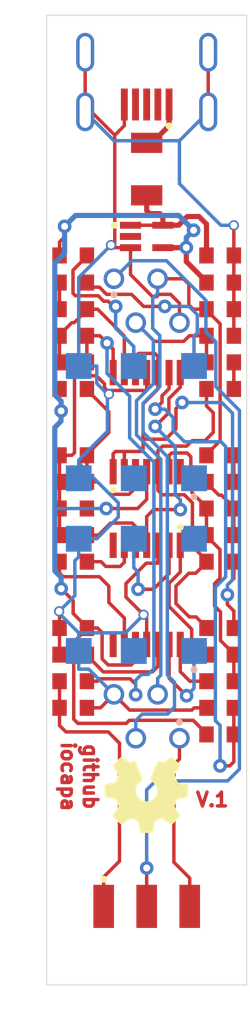
<source format=kicad_pcb>
(kicad_pcb (version 20171130) (host pcbnew "(5.1.12)-1")

  (general
    (thickness 1.6)
    (drawings 10)
    (tracks 533)
    (zones 0)
    (modules 42)
    (nets 42)
  )

  (page A4)
  (layers
    (0 F.Cu signal)
    (31 B.Cu signal)
    (32 B.Adhes user hide)
    (33 F.Adhes user hide)
    (34 B.Paste user hide)
    (35 F.Paste user hide)
    (36 B.SilkS user hide)
    (37 F.SilkS user hide)
    (38 B.Mask user hide)
    (39 F.Mask user hide)
    (40 Dwgs.User user hide)
    (41 Cmts.User user hide)
    (42 Eco1.User user hide)
    (43 Eco2.User user hide)
    (44 Edge.Cuts user)
    (45 Margin user hide)
    (46 B.CrtYd user hide)
    (47 F.CrtYd user hide)
    (48 B.Fab user hide)
    (49 F.Fab user hide)
  )

  (setup
    (last_trace_width 0.2)
    (user_trace_width 0.2)
    (user_trace_width 0.3)
    (user_trace_width 0.4)
    (trace_clearance 0.2)
    (zone_clearance 0.25)
    (zone_45_only no)
    (trace_min 0.2)
    (via_size 0.6)
    (via_drill 0.4)
    (via_min_size 0.2)
    (via_min_drill 0.4)
    (user_via 0.6 0.3)
    (user_via 0.8 0.4)
    (uvia_size 0.3)
    (uvia_drill 0.1)
    (uvias_allowed no)
    (uvia_min_size 0.1)
    (uvia_min_drill 0.1)
    (edge_width 0.05)
    (segment_width 0.2)
    (pcb_text_width 0.3)
    (pcb_text_size 1.5 1.5)
    (mod_edge_width 0.15)
    (mod_text_size 1 1)
    (mod_text_width 0.15)
    (pad_size 1.2 2.5)
    (pad_drill 0)
    (pad_to_mask_clearance 0.1)
    (solder_mask_min_width 0.1)
    (aux_axis_origin 132.7404 136.8425)
    (grid_origin 132.7404 136.8425)
    (visible_elements 7FFFFFF9)
    (pcbplotparams
      (layerselection 0x010f0_80000001)
      (usegerberextensions false)
      (usegerberattributes true)
      (usegerberadvancedattributes true)
      (creategerberjobfile true)
      (excludeedgelayer true)
      (linewidth 0.100000)
      (plotframeref false)
      (viasonmask false)
      (mode 1)
      (useauxorigin true)
      (hpglpennumber 1)
      (hpglpenspeed 20)
      (hpglpendiameter 15.000000)
      (psnegative false)
      (psa4output false)
      (plotreference false)
      (plotvalue false)
      (plotinvisibletext false)
      (padsonsilk false)
      (subtractmaskfromsilk false)
      (outputformat 1)
      (mirror false)
      (drillshape 0)
      (scaleselection 1)
      (outputdirectory "../out/"))
  )

  (net 0 "")
  (net 1 "Net-(C1-Pad1)")
  (net 2 HP_MIC)
  (net 3 "Net-(C2-Pad1)")
  (net 4 HP_SPK_PRE)
  (net 5 "Net-(C3-Pad1)")
  (net 6 "Net-(C3-Pad2)")
  (net 7 "Net-(C4-Pad1)")
  (net 8 "Net-(C5-Pad1)")
  (net 9 "Net-(C5-Pad2)")
  (net 10 "Net-(C6-Pad1)")
  (net 11 HS_SPK_N)
  (net 12 "Net-(C7-Pad1)")
  (net 13 HS_SPK_P)
  (net 14 HP_MIC_OUT)
  (net 15 "Net-(C9-Pad1)")
  (net 16 VGND)
  (net 17 GND)
  (net 18 "Net-(C10-Pad2)")
  (net 19 +3V3)
  (net 20 "Net-(C12-Pad2)")
  (net 21 "Net-(C13-Pad2)")
  (net 22 "Net-(C14-Pad1)")
  (net 23 "Net-(F1-Pad1)")
  (net 24 HP_MIC_BIAS)
  (net 25 HP_SPK_L)
  (net 26 HP_SPK_R)
  (net 27 HS_MIC_P)
  (net 28 PHONE_MIC_P)
  (net 29 "Net-(R1-Pad1)")
  (net 30 "Net-(R11-Pad2)")
  (net 31 HP_MUTE)
  (net 32 "Net-(J1-Pad2)")
  (net 33 "Net-(J1-Pad3)")
  (net 34 "Net-(J1-Pad4)")
  (net 35 "Net-(J2-Pad1)")
  (net 36 "Net-(J2-Pad2)")
  (net 37 "Net-(J3-Pad2)")
  (net 38 "Net-(J3-Pad6)")
  (net 39 "Net-(U1-Pad7)")
  (net 40 "Net-(U1-Pad8)")
  (net 41 "Net-(U3-Pad2)")

  (net_class Default "This is the default net class."
    (clearance 0.2)
    (trace_width 0.2)
    (via_dia 0.6)
    (via_drill 0.4)
    (uvia_dia 0.3)
    (uvia_drill 0.1)
    (add_net +3V3)
    (add_net GND)
    (add_net HP_MIC)
    (add_net HP_MIC_BIAS)
    (add_net HP_MIC_OUT)
    (add_net HP_MUTE)
    (add_net HP_SPK_L)
    (add_net HP_SPK_PRE)
    (add_net HP_SPK_R)
    (add_net HS_MIC_P)
    (add_net HS_SPK_N)
    (add_net HS_SPK_P)
    (add_net "Net-(C1-Pad1)")
    (add_net "Net-(C10-Pad2)")
    (add_net "Net-(C12-Pad2)")
    (add_net "Net-(C13-Pad2)")
    (add_net "Net-(C14-Pad1)")
    (add_net "Net-(C2-Pad1)")
    (add_net "Net-(C3-Pad1)")
    (add_net "Net-(C3-Pad2)")
    (add_net "Net-(C4-Pad1)")
    (add_net "Net-(C5-Pad1)")
    (add_net "Net-(C5-Pad2)")
    (add_net "Net-(C6-Pad1)")
    (add_net "Net-(C7-Pad1)")
    (add_net "Net-(C9-Pad1)")
    (add_net "Net-(F1-Pad1)")
    (add_net "Net-(J1-Pad2)")
    (add_net "Net-(J1-Pad3)")
    (add_net "Net-(J1-Pad4)")
    (add_net "Net-(J2-Pad1)")
    (add_net "Net-(J2-Pad2)")
    (add_net "Net-(J3-Pad2)")
    (add_net "Net-(J3-Pad6)")
    (add_net "Net-(R1-Pad1)")
    (add_net "Net-(R11-Pad2)")
    (add_net "Net-(U1-Pad7)")
    (add_net "Net-(U1-Pad8)")
    (add_net "Net-(U3-Pad2)")
    (add_net PHONE_MIC_P)
    (add_net VGND)
  )

  (module footprints:USB-MICRO-TH-NO-SILK locked (layer F.Cu) (tedit 555F9538) (tstamp 554D214A)
    (at 139.7 82.385 180)
    (path /5543973E)
    (fp_text reference J1 (at 0.12192 0.06868 180) (layer F.SilkS) hide
      (effects (font (size 1 1) (thickness 0.15)))
    )
    (fp_text value M_USB_B (at 0.0254 4.8514 180) (layer F.Fab) hide
      (effects (font (size 1 1) (thickness 0.15)))
    )
    (fp_line (start -3.575 3.6) (end 3.575 3.6) (layer F.Fab) (width 0.12))
    (fp_line (start -3.575 -3) (end 3.575 -3) (layer F.Fab) (width 0.12))
    (fp_line (start 3.575 3.6) (end 3.575 -3) (layer F.Fab) (width 0.12))
    (fp_line (start -3.575 3) (end 3.575 3) (layer F.Fab) (width 0.12))
    (fp_line (start -3.575 3.6) (end -3.575 -3) (layer F.Fab) (width 0.12))
    (fp_line (start -2.8 -3.35) (end -2.8 -3.975) (layer F.CrtYd) (width 0.05))
    (fp_line (start -2.8 -3.975) (end -4.35 -3.975) (layer F.CrtYd) (width 0.05))
    (fp_line (start -4.35 -3.975) (end -4.35 2.225) (layer F.CrtYd) (width 0.05))
    (fp_line (start -4.35 2.225) (end -3.825 2.225) (layer F.CrtYd) (width 0.05))
    (fp_line (start -3.825 2.225) (end -3.825 3.85) (layer F.CrtYd) (width 0.05))
    (fp_line (start 2.8 -3.35) (end 2.8 -3.975) (layer F.CrtYd) (width 0.05))
    (fp_line (start 2.8 -3.975) (end 4.35 -3.975) (layer F.CrtYd) (width 0.05))
    (fp_line (start 4.35 -3.975) (end 4.35 2.225) (layer F.CrtYd) (width 0.05))
    (fp_line (start 4.35 2.225) (end 3.825 2.225) (layer F.CrtYd) (width 0.05))
    (fp_line (start 3.825 2.225) (end 3.825 3.85) (layer F.CrtYd) (width 0.05))
    (fp_line (start 3.825 3.85) (end -3.825 3.85) (layer F.CrtYd) (width 0.05))
    (fp_line (start -2.8 -3.35) (end 2.8 -3.35) (layer F.CrtYd) (width 0.05))
    (fp_line (start -0.35 0) (end 0.35 0) (layer F.CrtYd) (width 0.05))
    (fp_line (start 0 -0.35) (end 0 0.35) (layer F.CrtYd) (width 0.05))
    (fp_circle (center -1.3 -3.42) (end -1.2 -3.42) (layer F.SilkS) (width 0.2))
    (fp_circle (center 0 0) (end -0.25 0) (layer F.CrtYd) (width 0.05))
    (fp_text user OUT_BOARD_EDGE (at 0 3.302 180) (layer F.Fab)
      (effects (font (size 0.3 0.5) (thickness 0.05)))
    )
    (pad 1 smd rect (at -1.3 -2.175 180) (size 0.4 1.85) (layers F.Cu F.Paste F.Mask)
      (net 23 "Net-(F1-Pad1)"))
    (pad 2 smd rect (at -0.65 -2.175 180) (size 0.4 1.85) (layers F.Cu F.Paste F.Mask)
      (net 32 "Net-(J1-Pad2)"))
    (pad 3 smd rect (at 0 -2.175 180) (size 0.4 1.85) (layers F.Cu F.Paste F.Mask)
      (net 33 "Net-(J1-Pad3)"))
    (pad 4 smd rect (at 0.65 -2.175 180) (size 0.4 1.85) (layers F.Cu F.Paste F.Mask)
      (net 34 "Net-(J1-Pad4)"))
    (pad 5 smd rect (at 1.3 -2.175 180) (size 0.4 1.85) (layers F.Cu F.Paste F.Mask)
      (net 17 GND))
    (pad "" np_thru_hole circle (at 2 -1.45 180) (size 0.8 0.8) (drill 0.8) (layers *.Cu *.Mask))
    (pad "" np_thru_hole circle (at -2 -1.45 180) (size 0.8 0.8) (drill 0.8) (layers *.Cu *.Mask))
    (pad 6 thru_hole oval (at 3.575 -2.6 180) (size 1.05 2.25) (drill oval 0.65 1.85) (layers *.Cu *.Mask F.Paste)
      (net 17 GND))
    (pad 8 thru_hole oval (at -3.575 -2.6 180) (size 1.05 2.25) (drill oval 0.65 1.85) (layers *.Cu *.Mask F.Paste)
      (net 17 GND))
    (pad 9 thru_hole oval (at -3.575 0.85 180) (size 1.05 2.25) (drill oval 0.65 1.85) (layers *.Cu *.Mask F.Paste)
      (net 17 GND))
    (pad 7 thru_hole oval (at 3.575 0.85 180) (size 1.05 2.25) (drill oval 0.65 1.85) (layers *.Cu *.Mask F.Paste)
      (net 17 GND))
  )

  (module footprints:OSH_LOGO (layer F.Cu) (tedit 5592E51C) (tstamp 555E3B36)
    (at 139.7 124.5 180)
    (fp_text reference G*** (at -0.05588 1.7291 180) (layer F.SilkS) hide
      (effects (font (size 1.524 1.524) (thickness 0.3)))
    )
    (fp_text value LOGO (at -0.16764 -0.2267 180) (layer F.SilkS) hide
      (effects (font (size 1.524 1.524) (thickness 0.3)))
    )
    (fp_poly (pts (xy 2.4003 0.208295) (xy 2.400181 0.307636) (xy 2.399695 0.384513) (xy 2.398643 0.441858)
      (xy 2.396827 0.482607) (xy 2.394051 0.509695) (xy 2.390115 0.526055) (xy 2.384824 0.534622)
      (xy 2.378075 0.538302) (xy 2.356063 0.543413) (xy 2.3161 0.551457) (xy 2.265258 0.561034)
      (xy 2.24155 0.565321) (xy 2.117801 0.587681) (xy 2.017073 0.606531) (xy 1.937298 0.622335)
      (xy 1.876409 0.635557) (xy 1.832339 0.646661) (xy 1.80302 0.65611) (xy 1.786385 0.664369)
      (xy 1.782009 0.668416) (xy 1.773299 0.685233) (xy 1.757362 0.720782) (xy 1.736022 0.770589)
      (xy 1.711098 0.830178) (xy 1.684411 0.895074) (xy 1.657782 0.960802) (xy 1.633034 1.022887)
      (xy 1.611985 1.076853) (xy 1.596458 1.118224) (xy 1.588274 1.142527) (xy 1.587464 1.146526)
      (xy 1.594376 1.159384) (xy 1.613738 1.190038) (xy 1.64352 1.235412) (xy 1.68169 1.292432)
      (xy 1.726219 1.358026) (xy 1.7526 1.39652) (xy 1.799945 1.46637) (xy 1.841988 1.530297)
      (xy 1.876672 1.585018) (xy 1.901942 1.627248) (xy 1.91574 1.653704) (xy 1.9177 1.660169)
      (xy 1.908866 1.675936) (xy 1.88377 1.706928) (xy 1.844515 1.750828) (xy 1.79321 1.805319)
      (xy 1.731957 1.868083) (xy 1.696686 1.903408) (xy 1.62769 1.971797) (xy 1.574215 2.024081)
      (xy 1.5339 2.062192) (xy 1.504384 2.088064) (xy 1.483305 2.103629) (xy 1.468303 2.110821)
      (xy 1.457016 2.111572) (xy 1.447084 2.107817) (xy 1.447038 2.107792) (xy 1.428193 2.096148)
      (xy 1.392068 2.072462) (xy 1.342264 2.039149) (xy 1.282386 1.998622) (xy 1.216038 1.953298)
      (xy 1.198983 1.941583) (xy 1.132693 1.896504) (xy 1.072898 1.856798) (xy 1.022937 1.824603)
      (xy 0.986146 1.80206) (xy 0.965865 1.791307) (xy 0.963542 1.7907) (xy 0.946001 1.796249)
      (xy 0.911705 1.811191) (xy 0.86631 1.832967) (xy 0.834429 1.849109) (xy 0.783464 1.873833)
      (xy 0.742639 1.890544) (xy 0.716612 1.89747) (xy 0.710212 1.896392) (xy 0.702727 1.882253)
      (xy 0.686899 1.847593) (xy 0.664015 1.795395) (xy 0.635363 1.728639) (xy 0.602229 1.650309)
      (xy 0.565901 1.563387) (xy 0.552058 1.530007) (xy 0.511417 1.43187) (xy 0.470535 1.333258)
      (xy 0.431366 1.238881) (xy 0.395866 1.153449) (xy 0.365992 1.081672) (xy 0.343698 1.028257)
      (xy 0.342215 1.024713) (xy 0.318446 0.96666) (xy 0.298801 0.91624) (xy 0.285174 0.878498)
      (xy 0.279463 0.858478) (xy 0.2794 0.857553) (xy 0.289106 0.842435) (xy 0.314784 0.81803)
      (xy 0.351272 0.789138) (xy 0.358775 0.783699) (xy 0.469563 0.692135) (xy 0.556364 0.592688)
      (xy 0.619538 0.484707) (xy 0.659446 0.367542) (xy 0.67645 0.240541) (xy 0.67716 0.20955)
      (xy 0.666578 0.082535) (xy 0.633408 -0.034164) (xy 0.576826 -0.142612) (xy 0.49601 -0.244869)
      (xy 0.495377 -0.245547) (xy 0.400425 -0.329495) (xy 0.294542 -0.392157) (xy 0.180851 -0.433403)
      (xy 0.062475 -0.453105) (xy -0.057464 -0.451134) (xy -0.175843 -0.427362) (xy -0.28954 -0.38166)
      (xy -0.395431 -0.313899) (xy -0.43142 -0.28374) (xy -0.519804 -0.188532) (xy -0.585245 -0.082458)
      (xy -0.627561 0.034071) (xy -0.646569 0.160645) (xy -0.6477 0.201869) (xy -0.638645 0.328752)
      (xy -0.610541 0.442511) (xy -0.561983 0.54579) (xy -0.491562 0.641228) (xy -0.397874 0.73147)
      (xy -0.342612 0.774913) (xy -0.302571 0.806539) (xy -0.271946 0.834426) (xy -0.255523 0.854061)
      (xy -0.254 0.85849) (xy -0.258708 0.874088) (xy -0.272083 0.910288) (xy -0.293001 0.964256)
      (xy -0.320341 1.033155) (xy -0.352979 1.114151) (xy -0.389793 1.204408) (xy -0.420746 1.279563)
      (xy -0.462042 1.379483) (xy -0.501943 1.476158) (xy -0.538971 1.565996) (xy -0.571648 1.645405)
      (xy -0.598494 1.710794) (xy -0.618032 1.758569) (xy -0.625919 1.778) (xy -0.64994 1.836664)
      (xy -0.669029 1.874105) (xy -0.688403 1.892385) (xy -0.713279 1.893565) (xy -0.748873 1.879706)
      (xy -0.800404 1.852871) (xy -0.806786 1.849473) (xy -0.855627 1.824337) (xy -0.897068 1.804567)
      (xy -0.925397 1.792809) (xy -0.933724 1.7907) (xy -0.948527 1.79759) (xy -0.981044 1.816912)
      (xy -1.028101 1.846641) (xy -1.086528 1.884752) (xy -1.153151 1.929219) (xy -1.192355 1.9558)
      (xy -1.261682 2.002808) (xy -1.324043 2.044608) (xy -1.376381 2.07919) (xy -1.415635 2.104542)
      (xy -1.438748 2.118655) (xy -1.443517 2.1209) (xy -1.454646 2.112312) (xy -1.481149 2.088178)
      (xy -1.520468 2.05094) (xy -1.570046 2.003041) (xy -1.627325 1.946923) (xy -1.672403 1.902299)
      (xy -1.733518 1.840672) (xy -1.788104 1.783955) (xy -1.833678 1.734866) (xy -1.86776 1.69612)
      (xy -1.887868 1.670434) (xy -1.8923 1.661619) (xy -1.88533 1.645174) (xy -1.865796 1.611231)
      (xy -1.83576 1.563057) (xy -1.797286 1.503919) (xy -1.752438 1.437084) (xy -1.727573 1.400794)
      (xy -1.680322 1.331671) (xy -1.638332 1.269019) (xy -1.603659 1.216007) (xy -1.578359 1.175804)
      (xy -1.564488 1.151579) (xy -1.562473 1.146326) (xy -1.567009 1.128281) (xy -1.579729 1.091444)
      (xy -1.598796 1.040364) (xy -1.622371 0.97959) (xy -1.648617 0.913668) (xy -1.675695 0.847147)
      (xy -1.701768 0.784575) (xy -1.724998 0.7305) (xy -1.743547 0.68947) (xy -1.755576 0.666033)
      (xy -1.757843 0.662891) (xy -1.774549 0.655928) (xy -1.812507 0.645538) (xy -1.867932 0.63258)
      (xy -1.937039 0.617916) (xy -2.016045 0.602405) (xy -2.058537 0.594518) (xy -2.14107 0.579082)
      (xy -2.215608 0.564363) (xy -2.278373 0.55117) (xy -2.325588 0.540312) (xy -2.353475 0.532598)
      (xy -2.359026 0.530146) (xy -2.364553 0.513562) (xy -2.36902 0.476184) (xy -2.372437 0.422192)
      (xy -2.374815 0.355765) (xy -2.376164 0.281085) (xy -2.376495 0.202331) (xy -2.375818 0.123682)
      (xy -2.374144 0.049319) (xy -2.371482 -0.016578) (xy -2.367844 -0.06983) (xy -2.36324 -0.106256)
      (xy -2.35768 -0.121677) (xy -2.357394 -0.121816) (xy -2.340372 -0.125967) (xy -2.30209 -0.133979)
      (xy -2.246265 -0.145116) (xy -2.17662 -0.158643) (xy -2.096873 -0.173824) (xy -2.045079 -0.183542)
      (xy -1.961507 -0.199502) (xy -1.88627 -0.214571) (xy -1.822974 -0.227967) (xy -1.775226 -0.238913)
      (xy -1.746632 -0.246628) (xy -1.740101 -0.24945) (xy -1.73049 -0.266097) (xy -1.713576 -0.301559)
      (xy -1.691308 -0.351182) (xy -1.665638 -0.410312) (xy -1.638516 -0.474296) (xy -1.611893 -0.538479)
      (xy -1.587719 -0.598209) (xy -1.567946 -0.648832) (xy -1.554525 -0.685694) (xy -1.549405 -0.704142)
      (xy -1.5494 -0.704369) (xy -1.556346 -0.72086) (xy -1.575823 -0.754911) (xy -1.605794 -0.803278)
      (xy -1.644219 -0.862717) (xy -1.689059 -0.929982) (xy -1.716156 -0.969776) (xy -1.764046 -1.040169)
      (xy -1.807128 -1.104607) (xy -1.843271 -1.159814) (xy -1.870346 -1.202513) (xy -1.886224 -1.229429)
      (xy -1.88941 -1.236311) (xy -1.886622 -1.249132) (xy -1.872423 -1.271095) (xy -1.845371 -1.303846)
      (xy -1.804023 -1.349031) (xy -1.746937 -1.408294) (xy -1.675166 -1.480786) (xy -1.613507 -1.541902)
      (xy -1.5572 -1.596537) (xy -1.508873 -1.642237) (xy -1.471153 -1.676547) (xy -1.446668 -1.697013)
      (xy -1.438616 -1.7018) (xy -1.424123 -1.69485) (xy -1.391901 -1.675332) (xy -1.345028 -1.645246)
      (xy -1.286584 -1.60659) (xy -1.219645 -1.561364) (xy -1.17178 -1.528521) (xy -1.100601 -1.479713)
      (xy -1.035645 -1.435788) (xy -0.980049 -1.398818) (xy -0.936953 -1.370876) (xy -0.909495 -1.354035)
      (xy -0.901491 -1.350015) (xy -0.884222 -1.352996) (xy -0.848282 -1.364178) (xy -0.798337 -1.381724)
      (xy -0.73905 -1.403798) (xy -0.675084 -1.428566) (xy -0.611102 -1.454192) (xy -0.551768 -1.478838)
      (xy -0.501746 -1.500671) (xy -0.4657 -1.517853) (xy -0.448507 -1.528333) (xy -0.442093 -1.544465)
      (xy -0.432029 -1.58202) (xy -0.419123 -1.63741) (xy -0.404183 -1.707052) (xy -0.388014 -1.78736)
      (xy -0.375657 -1.851956) (xy -0.359425 -1.937637) (xy -0.344366 -2.015142) (xy -0.331196 -2.080937)
      (xy -0.320634 -2.131485) (xy -0.313397 -2.163249) (xy -0.310576 -2.172631) (xy -0.296189 -2.176023)
      (xy -0.259511 -2.17899) (xy -0.203648 -2.181418) (xy -0.131706 -2.183194) (xy -0.046792 -2.184206)
      (xy 0.013721 -2.1844) (xy 0.111434 -2.184355) (xy 0.186793 -2.184044) (xy 0.242845 -2.1832)
      (xy 0.282638 -2.181562) (xy 0.309217 -2.178862) (xy 0.32563 -2.174838) (xy 0.334924 -2.169224)
      (xy 0.340145 -2.161756) (xy 0.342779 -2.155825) (xy 0.348476 -2.135392) (xy 0.357787 -2.093937)
      (xy 0.369897 -2.035449) (xy 0.38399 -1.963918) (xy 0.399253 -1.883334) (xy 0.406863 -1.842018)
      (xy 0.422263 -1.759231) (xy 0.436763 -1.684265) (xy 0.449583 -1.620932) (xy 0.459938 -1.573044)
      (xy 0.467047 -1.544413) (xy 0.469168 -1.538459) (xy 0.483098 -1.52899) (xy 0.516094 -1.512159)
      (xy 0.563589 -1.489913) (xy 0.621018 -1.464204) (xy 0.683814 -1.436979) (xy 0.747411 -1.410187)
      (xy 0.807244 -1.385778) (xy 0.858745 -1.365701) (xy 0.89735 -1.351904) (xy 0.918492 -1.346337)
      (xy 0.919335 -1.346306) (xy 0.933315 -1.353246) (xy 0.965159 -1.372703) (xy 1.011855 -1.40272)
      (xy 1.070396 -1.441341) (xy 1.137771 -1.486607) (xy 1.19282 -1.524106) (xy 1.264862 -1.573094)
      (xy 1.330329 -1.616911) (xy 1.386217 -1.653602) (xy 1.429519 -1.681213) (xy 1.45723 -1.697787)
      (xy 1.466006 -1.7018) (xy 1.479604 -1.693044) (xy 1.507576 -1.6688) (xy 1.546921 -1.632111)
      (xy 1.594637 -1.586018) (xy 1.647723 -1.533561) (xy 1.703177 -1.477781) (xy 1.757999 -1.42172)
      (xy 1.809186 -1.368417) (xy 1.853739 -1.320915) (xy 1.888655 -1.282254) (xy 1.910932 -1.255474)
      (xy 1.9177 -1.244142) (xy 1.911874 -1.228015) (xy 1.894027 -1.196072) (xy 1.863601 -1.147457)
      (xy 1.820038 -1.081315) (xy 1.762781 -0.99679) (xy 1.691274 -0.893026) (xy 1.655996 -0.842266)
      (xy 1.623255 -0.793649) (xy 1.596832 -0.751357) (xy 1.579741 -0.720415) (xy 1.5748 -0.706875)
      (xy 1.579603 -0.69071) (xy 1.592737 -0.655838) (xy 1.612286 -0.606797) (xy 1.636336 -0.548123)
      (xy 1.662972 -0.484351) (xy 1.690279 -0.420019) (xy 1.716341 -0.359662) (xy 1.739245 -0.307816)
      (xy 1.757076 -0.269018) (xy 1.767917 -0.247804) (xy 1.769553 -0.245513) (xy 1.78339 -0.241411)
      (xy 1.818662 -0.23346) (xy 1.87182 -0.222389) (xy 1.939314 -0.208926) (xy 2.017597 -0.193798)
      (xy 2.070506 -0.183805) (xy 2.154519 -0.167934) (xy 2.230703 -0.15327) (xy 2.295334 -0.140553)
      (xy 2.344685 -0.130522) (xy 2.37503 -0.123916) (xy 2.382579 -0.121898) (xy 2.388157 -0.115705)
      (xy 2.392479 -0.100135) (xy 2.39569 -0.072502) (xy 2.397933 -0.030121) (xy 2.399353 0.029695)
      (xy 2.400094 0.109632) (xy 2.4003 0.208295)) (layer F.SilkS) (width 0.1))
  )

  (module footprints:RJ9-4P4C-NO-SILK (layer B.Cu) (tedit 0) (tstamp 554D2176)
    (at 139.7 89.45)
    (path /554316C3)
    (fp_text reference J5 (at 0 7.6161) (layer B.SilkS) hide
      (effects (font (size 1 1) (thickness 0.15)) (justify mirror))
    )
    (fp_text value RJ9_4P4C (at 0 -10.2108) (layer B.Fab) hide
      (effects (font (size 1 1) (thickness 0.15)) (justify mirror))
    )
    (fp_line (start -5.84 9.25) (end 5.84 9.25) (layer B.CrtYd) (width 0.05))
    (fp_line (start 5.84 9.25) (end 5.84 -9.25) (layer B.CrtYd) (width 0.05))
    (fp_line (start 5.84 -9.25) (end -5.84 -9.25) (layer B.CrtYd) (width 0.05))
    (fp_line (start -5.84 -9.25) (end -5.84 9.25) (layer B.CrtYd) (width 0.05))
    (fp_line (start 0 0.35) (end 0 -0.35) (layer B.CrtYd) (width 0.05))
    (fp_line (start -0.35 0) (end 0.35 0) (layer B.CrtYd) (width 0.05))
    (fp_line (start -5.59 -9) (end -5.59 9) (layer B.Fab) (width 0.12))
    (fp_line (start -5.59 9) (end 5.59 9) (layer B.Fab) (width 0.12))
    (fp_line (start 5.59 9) (end 5.59 -9) (layer B.Fab) (width 0.12))
    (fp_line (start 5.59 -9) (end -5.59 -9) (layer B.Fab) (width 0.12))
    (fp_circle (center 0 0) (end -0.25 0) (layer B.CrtYd) (width 0.05))
    (fp_circle (center 3.81 -1.15) (end 5.75 -1.15) (layer F.CrtYd) (width 0.05))
    (fp_circle (center -3.81 -1.15) (end -5.75 -1.15) (layer F.CrtYd) (width 0.05))
    (fp_circle (center -1.905 6.12) (end -1.805 6.12) (layer B.SilkS) (width 0.2))
    (pad 1 thru_hole circle (at -1.905 5.2) (size 1.2 1.2) (drill 0.8) (layers *.Cu *.Mask)
      (net 28 PHONE_MIC_P))
    (pad 2 thru_hole circle (at -0.635 7.74) (size 1.2 1.2) (drill 0.8) (layers *.Cu *.Mask)
      (net 13 HS_SPK_P))
    (pad 3 thru_hole circle (at 0.635 5.2) (size 1.2 1.2) (drill 0.8) (layers *.Cu *.Mask)
      (net 11 HS_SPK_N))
    (pad 4 thru_hole circle (at 1.905 7.74) (size 1.2 1.2) (drill 0.8) (layers *.Cu *.Mask)
      (net 17 GND))
    (pad "" np_thru_hole circle (at -3.81 -1.15) (size 3.2 3.2) (drill 3.2) (layers *.Cu *.Mask))
    (pad "" np_thru_hole circle (at 3.81 -1.15) (size 3.2 3.2) (drill 3.2) (layers *.Cu *.Mask))
  )

  (module footprints:JACK-3.5MM-NO-SILK (layer B.Cu) (tedit 5592E4EC) (tstamp 554D2156)
    (at 139.7 102.95 90)
    (path /5542EFCE)
    (fp_text reference J2 (at -5.5207 0.01524 180) (layer B.SilkS) hide
      (effects (font (size 1 1) (thickness 0.15)) (justify mirror))
    )
    (fp_text value PJ313D (at -4.18974 0.01524 180) (layer B.Fab) hide
      (effects (font (size 1 1) (thickness 0.15)) (justify mirror))
    )
    (fp_circle (center -4.32 2.75) (end -4.22 2.75) (layer B.SilkS) (width 0.2))
    (fp_circle (center 0 0) (end -0.25 0) (layer B.CrtYd) (width 0.05))
    (fp_line (start -3.25 6) (end -3.25 3.75) (layer B.CrtYd) (width 0.05))
    (fp_line (start -3.25 6) (end 3.25 6) (layer B.CrtYd) (width 0.05))
    (fp_line (start 3.25 6) (end 3.25 3.75) (layer B.CrtYd) (width 0.05))
    (fp_line (start 3.25 3.75) (end 4.25 3.75) (layer B.CrtYd) (width 0.05))
    (fp_line (start 4.25 3.75) (end 4.25 -4.95) (layer B.CrtYd) (width 0.05))
    (fp_line (start 4.25 -4.95) (end 3.25 -4.95) (layer B.CrtYd) (width 0.05))
    (fp_line (start 3.25 -4.95) (end 3.25 -6) (layer B.CrtYd) (width 0.05))
    (fp_line (start 3.25 -6) (end 2.75 -6) (layer B.CrtYd) (width 0.05))
    (fp_line (start 2.75 -8.5) (end 2.75 -6) (layer B.CrtYd) (width 0.05))
    (fp_line (start -2.75 -8.5) (end 2.75 -8.5) (layer B.CrtYd) (width 0.05))
    (fp_line (start -2.75 -8.5) (end -2.75 -6) (layer B.CrtYd) (width 0.05))
    (fp_line (start -3.25 -6) (end -2.75 -6) (layer B.CrtYd) (width 0.05))
    (fp_line (start -3.25 -4.95) (end -3.25 -6) (layer B.CrtYd) (width 0.05))
    (fp_line (start -4.25 -4.95) (end -3.25 -4.95) (layer B.CrtYd) (width 0.05))
    (fp_line (start -4.25 3.75) (end -4.25 -4.95) (layer B.CrtYd) (width 0.05))
    (fp_line (start -3.25 3.75) (end -4.25 3.75) (layer B.CrtYd) (width 0.05))
    (fp_line (start 0 0.35) (end 0 -0.35) (layer B.CrtYd) (width 0.05))
    (fp_line (start -0.35 0) (end 0.35 0) (layer B.CrtYd) (width 0.05))
    (fp_line (start -2.5 -8.25) (end -2.5 -5.75) (layer B.Fab) (width 0.12))
    (fp_line (start -2.5 -8.25) (end 2.5 -8.25) (layer B.Fab) (width 0.12))
    (fp_line (start 2.5 -8.25) (end 2.5 -5.75) (layer B.Fab) (width 0.12))
    (fp_line (start -3 -5.75) (end -3 5.75) (layer B.Fab) (width 0.12))
    (fp_line (start 3 -5.75) (end -3 -5.75) (layer B.Fab) (width 0.12))
    (fp_line (start 3 5.75) (end 3 -5.75) (layer B.Fab) (width 0.12))
    (fp_line (start -3 5.75) (end 3 5.75) (layer B.Fab) (width 0.12))
    (fp_text user BOARD (at 0 -6.985 90) (layer B.Fab)
      (effects (font (size 0.3 0.5) (thickness 0.05)) (justify mirror))
    )
    (fp_text user OUT (at 0 -6.35 90) (layer B.Fab)
      (effects (font (size 0.3 0.5) (thickness 0.05)) (justify mirror))
    )
    (fp_text user EDGE (at 0 -7.6708 90) (layer B.Fab)
      (effects (font (size 0.3 0.5) (thickness 0.05)) (justify mirror))
    )
    (pad 1 smd rect (at -3.25 2.75 90) (size 1.5 1.5) (layers B.Cu B.Paste B.Mask)
      (net 35 "Net-(J2-Pad1)"))
    (pad 2 smd rect (at -3.25 -0.75 90) (size 1.5 1.5) (layers B.Cu B.Paste B.Mask)
      (net 36 "Net-(J2-Pad2)"))
    (pad 3 smd rect (at -3.25 -3.95 90) (size 1.5 1.5) (layers B.Cu B.Paste B.Mask)
      (net 17 GND))
    (pad 4 smd rect (at 3.25 -3.95 90) (size 1.5 1.5) (layers B.Cu B.Paste B.Mask)
      (net 17 GND))
    (pad 5 smd rect (at 3.25 -0.75 90) (size 1.5 1.5) (layers B.Cu B.Paste B.Mask)
      (net 24 HP_MIC_BIAS))
    (pad 6 smd rect (at 3.25 2.75 90) (size 1.5 1.5) (layers B.Cu B.Paste B.Mask)
      (net 2 HP_MIC))
    (pad "" np_thru_hole circle (at 0 -3.25 90) (size 1.25 1.25) (drill 1.25) (layers *.Cu *.Mask))
    (pad "" np_thru_hole circle (at 0 2.75 90) (size 1.25 1.25) (drill 1.25) (layers *.Cu *.Mask))
  )

  (module footprints:JACK-3.5MM-NO-SILK (layer B.Cu) (tedit 5592E4DB) (tstamp 554D2162)
    (at 139.7 112.95 90)
    (path /5542F036)
    (fp_text reference J3 (at -6.7221 0.0508 180) (layer B.SilkS) hide
      (effects (font (size 1 1) (thickness 0.15)) (justify mirror))
    )
    (fp_text value PJ313D (at -5.18286 -0.11176 180) (layer B.Fab) hide
      (effects (font (size 1 1) (thickness 0.15)) (justify mirror))
    )
    (fp_circle (center -4.32 2.75) (end -4.22 2.75) (layer B.SilkS) (width 0.2))
    (fp_circle (center 0 0) (end -0.25 0) (layer B.CrtYd) (width 0.05))
    (fp_line (start -3.25 6) (end -3.25 3.75) (layer B.CrtYd) (width 0.05))
    (fp_line (start -3.25 6) (end 3.25 6) (layer B.CrtYd) (width 0.05))
    (fp_line (start 3.25 6) (end 3.25 3.75) (layer B.CrtYd) (width 0.05))
    (fp_line (start 3.25 3.75) (end 4.25 3.75) (layer B.CrtYd) (width 0.05))
    (fp_line (start 4.25 3.75) (end 4.25 -4.95) (layer B.CrtYd) (width 0.05))
    (fp_line (start 4.25 -4.95) (end 3.25 -4.95) (layer B.CrtYd) (width 0.05))
    (fp_line (start 3.25 -4.95) (end 3.25 -6) (layer B.CrtYd) (width 0.05))
    (fp_line (start 3.25 -6) (end 2.75 -6) (layer B.CrtYd) (width 0.05))
    (fp_line (start 2.75 -8.5) (end 2.75 -6) (layer B.CrtYd) (width 0.05))
    (fp_line (start -2.75 -8.5) (end 2.75 -8.5) (layer B.CrtYd) (width 0.05))
    (fp_line (start -2.75 -8.5) (end -2.75 -6) (layer B.CrtYd) (width 0.05))
    (fp_line (start -3.25 -6) (end -2.75 -6) (layer B.CrtYd) (width 0.05))
    (fp_line (start -3.25 -4.95) (end -3.25 -6) (layer B.CrtYd) (width 0.05))
    (fp_line (start -4.25 -4.95) (end -3.25 -4.95) (layer B.CrtYd) (width 0.05))
    (fp_line (start -4.25 3.75) (end -4.25 -4.95) (layer B.CrtYd) (width 0.05))
    (fp_line (start -3.25 3.75) (end -4.25 3.75) (layer B.CrtYd) (width 0.05))
    (fp_line (start 0 0.35) (end 0 -0.35) (layer B.CrtYd) (width 0.05))
    (fp_line (start -0.35 0) (end 0.35 0) (layer B.CrtYd) (width 0.05))
    (fp_line (start -2.5 -8.25) (end -2.5 -5.75) (layer B.Fab) (width 0.12))
    (fp_line (start -2.5 -8.25) (end 2.5 -8.25) (layer B.Fab) (width 0.12))
    (fp_line (start 2.5 -8.25) (end 2.5 -5.75) (layer B.Fab) (width 0.12))
    (fp_line (start -3 -5.75) (end -3 5.75) (layer B.Fab) (width 0.12))
    (fp_line (start 3 -5.75) (end -3 -5.75) (layer B.Fab) (width 0.12))
    (fp_line (start 3 5.75) (end 3 -5.75) (layer B.Fab) (width 0.12))
    (fp_line (start -3 5.75) (end 3 5.75) (layer B.Fab) (width 0.12))
    (fp_text user BOARD (at 0 -6.985 90) (layer B.Fab)
      (effects (font (size 0.3 0.5) (thickness 0.05)) (justify mirror))
    )
    (fp_text user OUT (at 0 -6.35 90) (layer B.Fab)
      (effects (font (size 0.3 0.5) (thickness 0.05)) (justify mirror))
    )
    (fp_text user EDGE (at 0 -7.6708 90) (layer B.Fab)
      (effects (font (size 0.3 0.5) (thickness 0.05)) (justify mirror))
    )
    (pad 1 smd rect (at -3.25 2.75 90) (size 1.5 1.5) (layers B.Cu B.Paste B.Mask)
      (net 26 HP_SPK_R))
    (pad 2 smd rect (at -3.25 -0.75 90) (size 1.5 1.5) (layers B.Cu B.Paste B.Mask)
      (net 37 "Net-(J3-Pad2)"))
    (pad 3 smd rect (at -3.25 -3.95 90) (size 1.5 1.5) (layers B.Cu B.Paste B.Mask)
      (net 17 GND))
    (pad 4 smd rect (at 3.25 -3.95 90) (size 1.5 1.5) (layers B.Cu B.Paste B.Mask)
      (net 17 GND))
    (pad 5 smd rect (at 3.25 -0.75 90) (size 1.5 1.5) (layers B.Cu B.Paste B.Mask)
      (net 25 HP_SPK_L))
    (pad 6 smd rect (at 3.25 2.75 90) (size 1.5 1.5) (layers B.Cu B.Paste B.Mask)
      (net 38 "Net-(J3-Pad6)"))
    (pad "" np_thru_hole circle (at 0 -3.25 90) (size 1.25 1.25) (drill 1.25) (layers *.Cu *.Mask))
    (pad "" np_thru_hole circle (at 0 2.75 90) (size 1.25 1.25) (drill 1.25) (layers *.Cu *.Mask))
  )

  (module footprints:SWITCH-SPDT-NO-SILK (layer F.Cu) (tedit 555F950E) (tstamp 554D21D9)
    (at 139.7 133.735)
    (path /552CD3BB)
    (fp_text reference SW1 (at -5.2324 0 90) (layer F.SilkS) hide
      (effects (font (size 1 1) (thickness 0.15)))
    )
    (fp_text value SWITCH_INV (at 0.1524 5.3594) (layer F.Fab) hide
      (effects (font (size 1 1) (thickness 0.15)))
    )
    (fp_circle (center 0 0) (end -0.25 0) (layer F.CrtYd) (width 0.05))
    (fp_circle (center -2.5 -4.32) (end -2.4 -4.32) (layer F.SilkS) (width 0.2))
    (fp_line (start 0 -0.35) (end 0 0.35) (layer F.CrtYd) (width 0.05))
    (fp_line (start -0.35 0) (end 0.35 0) (layer F.CrtYd) (width 0.05))
    (fp_line (start -4.5 2.05) (end -4.5 -2.05) (layer F.CrtYd) (width 0.05))
    (fp_line (start -4.5 -2.05) (end -3.35 -2.05) (layer F.CrtYd) (width 0.05))
    (fp_line (start -3.35 -2.05) (end -3.35 -4.25) (layer F.CrtYd) (width 0.05))
    (fp_line (start -3.35 -4.25) (end 3.35 -4.25) (layer F.CrtYd) (width 0.05))
    (fp_line (start 3.35 -4.25) (end 3.35 -2.05) (layer F.CrtYd) (width 0.05))
    (fp_line (start 4.5 -2.05) (end 3.35 -2.05) (layer F.CrtYd) (width 0.05))
    (fp_line (start 4.5 -2.05) (end 4.5 2.05) (layer F.CrtYd) (width 0.05))
    (fp_line (start 2 2.05) (end 4.5 2.05) (layer F.CrtYd) (width 0.05))
    (fp_line (start 2 4.05) (end 2 2.05) (layer F.CrtYd) (width 0.05))
    (fp_line (start -2 4.05) (end 2 4.05) (layer F.CrtYd) (width 0.05))
    (fp_line (start -2 4.05) (end -2 2.05) (layer F.CrtYd) (width 0.05))
    (fp_line (start -4.5 2.05) (end -2 2.05) (layer F.CrtYd) (width 0.05))
    (fp_line (start 0.25 1.8) (end 0.25 3.8) (layer F.Fab) (width 0.12))
    (fp_line (start 0.25 3.8) (end 1.75 3.8) (layer F.Fab) (width 0.12))
    (fp_line (start 1.75 3.8) (end 1.75 1.8) (layer F.Fab) (width 0.12))
    (fp_line (start -1.75 1.8) (end -1.75 3.8) (layer F.Fab) (width 0.12))
    (fp_line (start -1.75 3.8) (end -0.25 3.8) (layer F.Fab) (width 0.12))
    (fp_line (start -0.25 3.8) (end -0.25 1.8) (layer F.Fab) (width 0.12))
    (fp_line (start -4.25 -1.8) (end 4.25 -1.8) (layer F.Fab) (width 0.12))
    (fp_line (start 4.25 -1.8) (end 4.25 1.8) (layer F.Fab) (width 0.12))
    (fp_line (start 4.25 1.8) (end -4.25 1.8) (layer F.Fab) (width 0.12))
    (fp_line (start -4.25 1.8) (end -4.25 -1.8) (layer F.Fab) (width 0.12))
    (fp_text user 23 (at 1.0414 2.794 90) (layer F.Fab)
      (effects (font (size 0.3 0.5) (thickness 0.05)))
    )
    (fp_text user 12 (at -0.9906 2.8194 90) (layer F.Fab)
      (effects (font (size 0.3 0.5) (thickness 0.05)))
    )
    (pad 1 smd rect (at -2.5 -2.75) (size 1.2 2.5) (layers F.Cu F.Paste F.Mask)
      (net 14 HP_MIC_OUT))
    (pad 2 smd rect (at 0 -2.75) (size 1.2 2.5) (layers F.Cu F.Paste F.Mask)
      (net 28 PHONE_MIC_P))
    (pad 3 smd rect (at 2.5 -2.75) (size 1.2 2.5) (layers F.Cu F.Paste F.Mask)
      (net 27 HS_MIC_P))
    (pad "" np_thru_hole circle (at 3.4 0) (size 0.9 0.9) (drill 0.9) (layers *.Cu *.Mask))
    (pad "" np_thru_hole circle (at -3.4 0) (size 0.9 0.9) (drill 0.9) (layers *.Cu *.Mask))
  )

  (module footprints:RJ9-4P4C-NO-SILK (layer B.Cu) (tedit 0) (tstamp 554D216C)
    (at 139.7 126.45 180)
    (path /55431A9D)
    (fp_text reference J4 (at 0.0254 -0.84718 180) (layer B.SilkS) hide
      (effects (font (size 1 1) (thickness 0.15)) (justify mirror))
    )
    (fp_text value RJ9_4P4C (at 0 -6.3793 180) (layer B.Fab) hide
      (effects (font (size 1 1) (thickness 0.15)) (justify mirror))
    )
    (fp_line (start -5.84 9.25) (end 5.84 9.25) (layer B.CrtYd) (width 0.05))
    (fp_line (start 5.84 9.25) (end 5.84 -9.25) (layer B.CrtYd) (width 0.05))
    (fp_line (start 5.84 -9.25) (end -5.84 -9.25) (layer B.CrtYd) (width 0.05))
    (fp_line (start -5.84 -9.25) (end -5.84 9.25) (layer B.CrtYd) (width 0.05))
    (fp_line (start 0 0.35) (end 0 -0.35) (layer B.CrtYd) (width 0.05))
    (fp_line (start -0.35 0) (end 0.35 0) (layer B.CrtYd) (width 0.05))
    (fp_line (start -5.59 -9) (end -5.59 9) (layer B.Fab) (width 0.12))
    (fp_line (start -5.59 9) (end 5.59 9) (layer B.Fab) (width 0.12))
    (fp_line (start 5.59 9) (end 5.59 -9) (layer B.Fab) (width 0.12))
    (fp_line (start 5.59 -9) (end -5.59 -9) (layer B.Fab) (width 0.12))
    (fp_circle (center 0 0) (end -0.25 0) (layer B.CrtYd) (width 0.05))
    (fp_circle (center 3.81 -1.15) (end 5.75 -1.15) (layer F.CrtYd) (width 0.05))
    (fp_circle (center -3.81 -1.15) (end -5.75 -1.15) (layer F.CrtYd) (width 0.05))
    (fp_circle (center -1.905 6.12) (end -1.805 6.12) (layer B.SilkS) (width 0.2))
    (pad 1 thru_hole circle (at -1.905 5.2 180) (size 1.2 1.2) (drill 0.8) (layers *.Cu *.Mask)
      (net 27 HS_MIC_P))
    (pad 2 thru_hole circle (at -0.635 7.74 180) (size 1.2 1.2) (drill 0.8) (layers *.Cu *.Mask)
      (net 13 HS_SPK_P))
    (pad 3 thru_hole circle (at 0.635 5.2 180) (size 1.2 1.2) (drill 0.8) (layers *.Cu *.Mask)
      (net 11 HS_SPK_N))
    (pad 4 thru_hole circle (at 1.905 7.74 180) (size 1.2 1.2) (drill 0.8) (layers *.Cu *.Mask)
      (net 17 GND))
    (pad "" np_thru_hole circle (at -3.81 -1.15 180) (size 3.2 3.2) (drill 3.2) (layers *.Cu *.Mask))
    (pad "" np_thru_hole circle (at 3.81 -1.15 180) (size 3.2 3.2) (drill 3.2) (layers *.Cu *.Mask))
  )

  (module footprints:CHIP-0603-NO-SILK (layer F.Cu) (tedit 55852D5E) (tstamp 554D211D)
    (at 143.97 93.3 180)
    (path /554465AC)
    (fp_text reference C12 (at -7.6172 0.04898 180) (layer F.SilkS) hide
      (effects (font (size 1 1) (thickness 0.15)))
    )
    (fp_text value 1u (at -2.49656 0.02866 180) (layer F.Fab) hide
      (effects (font (size 1 1) (thickness 0.15)))
    )
    (fp_circle (center 0 0) (end -0.25 0) (layer F.CrtYd) (width 0.05))
    (fp_line (start -1.47 -0.72) (end -1.47 0.72) (layer F.CrtYd) (width 0.05))
    (fp_line (start -1.47 0.72) (end 1.47 0.72) (layer F.CrtYd) (width 0.05))
    (fp_line (start 1.47 0.72) (end 1.47 -0.72) (layer F.CrtYd) (width 0.05))
    (fp_line (start 1.47 -0.72) (end -1.47 -0.72) (layer F.CrtYd) (width 0.05))
    (fp_line (start 0 -0.35) (end 0 0.35) (layer F.CrtYd) (width 0.05))
    (fp_line (start 0.35 0) (end -0.35 0) (layer F.CrtYd) (width 0.05))
    (fp_line (start 0.85 -0.45) (end -0.85 -0.45) (layer F.Fab) (width 0.12))
    (fp_line (start 0.85 0.45) (end 0.85 -0.45) (layer F.Fab) (width 0.12))
    (fp_line (start -0.85 0.45) (end 0.85 0.45) (layer F.Fab) (width 0.12))
    (fp_line (start -0.85 -0.45) (end -0.85 0.45) (layer F.Fab) (width 0.12))
    (pad 1 smd rect (at -0.795 0 180) (size 0.84 0.93) (layers F.Cu F.Paste F.Mask)
      (net 17 GND))
    (pad 2 smd rect (at 0.795 0 180) (size 0.84 0.93) (layers F.Cu F.Paste F.Mask)
      (net 20 "Net-(C12-Pad2)"))
  )

  (module footprints:FUSE-1206-NO-SILK (layer F.Cu) (tedit 0) (tstamp 554D213B)
    (at 139.7 88.3 270)
    (path /5544542B)
    (fp_text reference F1 (at -0.05786 -0.01524 270) (layer F.SilkS) hide
      (effects (font (size 1 1) (thickness 0.15)))
    )
    (fp_text value 200mA (at -3.47162 0) (layer F.Fab) hide
      (effects (font (size 1 1) (thickness 0.15)))
    )
    (fp_circle (center 0 0) (end -0.25 0) (layer F.CrtYd) (width 0.05))
    (fp_line (start 0 -0.35) (end 0 0.35) (layer F.CrtYd) (width 0.05))
    (fp_line (start 0.35 0) (end -0.35 0) (layer F.CrtYd) (width 0.05))
    (fp_line (start 2.36 -1.16) (end -2.36 -1.16) (layer F.CrtYd) (width 0.05))
    (fp_line (start 2.36 1.16) (end 2.36 -1.16) (layer F.CrtYd) (width 0.05))
    (fp_line (start -2.36 1.16) (end 2.36 1.16) (layer F.CrtYd) (width 0.05))
    (fp_line (start -2.36 -1.16) (end -2.36 1.16) (layer F.CrtYd) (width 0.05))
    (fp_line (start -1.75 0.9) (end 1.75 0.9) (layer F.Fab) (width 0.12))
    (fp_line (start -1.75 -0.9) (end -1.75 0.9) (layer F.Fab) (width 0.12))
    (fp_line (start 1.75 -0.9) (end -1.75 -0.9) (layer F.Fab) (width 0.12))
    (fp_line (start 1.75 0.9) (end 1.75 -0.9) (layer F.Fab) (width 0.12))
    (pad 1 smd rect (at -1.52 0) (size 1.82 1.17) (layers F.Cu F.Paste F.Mask)
      (net 23 "Net-(F1-Pad1)"))
    (pad 2 smd rect (at 1.52 0) (size 1.82 1.17) (layers F.Cu F.Paste F.Mask)
      (net 20 "Net-(C12-Pad2)"))
  )

  (module footprints:TSSOP-14-NO-SILK (layer F.Cu) (tedit 5592E4FE) (tstamp 554D21FD)
    (at 139.7 102.95)
    (path /552A9715)
    (fp_text reference U2 (at 0.01524 -1.6421) (layer F.SilkS) hide
      (effects (font (size 1 1) (thickness 0.15)))
    )
    (fp_text value MCP6024 (at 0.01524 -0.00126) (layer F.Fab) hide
      (effects (font (size 1 1) (thickness 0.15)))
    )
    (fp_circle (center 0 0) (end -0.25 0) (layer F.CrtYd) (width 0.05))
    (fp_circle (center -1.95 3.925) (end -1.85 3.925) (layer F.SilkS) (width 0.2))
    (fp_line (start 2.41 -3.86) (end -2.41 -3.86) (layer F.CrtYd) (width 0.05))
    (fp_line (start 2.41 -2.5) (end 2.41 -3.86) (layer F.CrtYd) (width 0.05))
    (fp_line (start 2.8 -2.5) (end 2.41 -2.5) (layer F.CrtYd) (width 0.05))
    (fp_line (start 2.8 2.5) (end 2.8 -2.5) (layer F.CrtYd) (width 0.05))
    (fp_line (start 2.41 2.5) (end 2.8 2.5) (layer F.CrtYd) (width 0.05))
    (fp_line (start 2.41 3.86) (end 2.41 2.5) (layer F.CrtYd) (width 0.05))
    (fp_line (start -2.41 3.86) (end 2.41 3.86) (layer F.CrtYd) (width 0.05))
    (fp_line (start -2.41 2.5) (end -2.41 3.86) (layer F.CrtYd) (width 0.05))
    (fp_line (start -2.8 2.5) (end -2.41 2.5) (layer F.CrtYd) (width 0.05))
    (fp_line (start -2.8 -2.5) (end -2.8 2.5) (layer F.CrtYd) (width 0.05))
    (fp_line (start -2.41 -2.5) (end -2.8 -2.5) (layer F.CrtYd) (width 0.05))
    (fp_line (start -2.41 -3.86) (end -2.41 -2.5) (layer F.CrtYd) (width 0.05))
    (fp_line (start -0.35 0) (end 0.35 0) (layer F.CrtYd) (width 0.05))
    (fp_line (start 0 -0.35) (end 0 0.35) (layer F.CrtYd) (width 0.05))
    (fp_line (start -2.55 -2.25) (end 2.55 -2.25) (layer F.Fab) (width 0.12))
    (fp_line (start 2.55 -2.25) (end 2.55 2.25) (layer F.Fab) (width 0.12))
    (fp_line (start 2.55 2.25) (end -1.28 2.25) (layer F.Fab) (width 0.12))
    (fp_line (start -1.28 2.25) (end -2.55 0.98) (layer F.Fab) (width 0.12))
    (fp_line (start -2.55 0.98) (end -2.55 -2.25) (layer F.Fab) (width 0.12))
    (pad 1 smd rect (at -1.95 2.87) (size 0.41 1.47) (layers F.Cu F.Paste F.Mask)
      (net 16 VGND))
    (pad 2 smd rect (at -1.3 2.87) (size 0.41 1.47) (layers F.Cu F.Paste F.Mask)
      (net 16 VGND))
    (pad 3 smd rect (at -0.65 2.87) (size 0.41 1.47) (layers F.Cu F.Paste F.Mask)
      (net 22 "Net-(C14-Pad1)"))
    (pad 4 smd rect (at 0 2.87) (size 0.41 1.47) (layers F.Cu F.Paste F.Mask)
      (net 19 +3V3))
    (pad 5 smd rect (at 0.65 2.87) (size 0.41 1.47) (layers F.Cu F.Paste F.Mask)
      (net 15 "Net-(C9-Pad1)"))
    (pad 6 smd rect (at 1.3 2.87) (size 0.41 1.47) (layers F.Cu F.Paste F.Mask)
      (net 21 "Net-(C13-Pad2)"))
    (pad 7 smd rect (at 1.95 2.87) (size 0.41 1.47) (layers F.Cu F.Paste F.Mask)
      (net 4 HP_SPK_PRE))
    (pad 8 smd rect (at 1.95 -2.87) (size 0.41 1.47) (layers F.Cu F.Paste F.Mask)
      (net 31 HP_MUTE))
    (pad 9 smd rect (at 1.3 -2.87) (size 0.41 1.47) (layers F.Cu F.Paste F.Mask)
      (net 30 "Net-(R11-Pad2)"))
    (pad 10 smd rect (at 0.65 -2.87) (size 0.41 1.47) (layers F.Cu F.Paste F.Mask)
      (net 16 VGND))
    (pad 11 smd rect (at 0 -2.87) (size 0.41 1.47) (layers F.Cu F.Paste F.Mask)
      (net 17 GND))
    (pad 12 smd rect (at -0.65 -2.87) (size 0.41 1.47) (layers F.Cu F.Paste F.Mask)
      (net 16 VGND))
    (pad 13 smd rect (at -1.3 -2.87) (size 0.41 1.47) (layers F.Cu F.Paste F.Mask)
      (net 9 "Net-(C5-Pad2)"))
    (pad 14 smd rect (at -1.95 -2.87) (size 0.41 1.47) (layers F.Cu F.Paste F.Mask)
      (net 8 "Net-(C5-Pad1)"))
  )

  (module footprints:CHIP-0603-NO-SILK (layer F.Cu) (tedit 55852D59) (tstamp 554D212F)
    (at 143.97 94.87 180)
    (path /55438339)
    (fp_text reference C15 (at -7.63752 -0.10822 180) (layer F.SilkS) hide
      (effects (font (size 1 1) (thickness 0.15)))
    )
    (fp_text value 1u (at -2.49656 -0.04726 180) (layer F.Fab) hide
      (effects (font (size 1 1) (thickness 0.15)))
    )
    (fp_circle (center 0 0) (end -0.25 0) (layer F.CrtYd) (width 0.05))
    (fp_line (start -1.47 -0.72) (end -1.47 0.72) (layer F.CrtYd) (width 0.05))
    (fp_line (start -1.47 0.72) (end 1.47 0.72) (layer F.CrtYd) (width 0.05))
    (fp_line (start 1.47 0.72) (end 1.47 -0.72) (layer F.CrtYd) (width 0.05))
    (fp_line (start 1.47 -0.72) (end -1.47 -0.72) (layer F.CrtYd) (width 0.05))
    (fp_line (start 0 -0.35) (end 0 0.35) (layer F.CrtYd) (width 0.05))
    (fp_line (start 0.35 0) (end -0.35 0) (layer F.CrtYd) (width 0.05))
    (fp_line (start 0.85 -0.45) (end -0.85 -0.45) (layer F.Fab) (width 0.12))
    (fp_line (start 0.85 0.45) (end 0.85 -0.45) (layer F.Fab) (width 0.12))
    (fp_line (start -0.85 0.45) (end 0.85 0.45) (layer F.Fab) (width 0.12))
    (fp_line (start -0.85 -0.45) (end -0.85 0.45) (layer F.Fab) (width 0.12))
    (pad 1 smd rect (at -0.795 0 180) (size 0.84 0.93) (layers F.Cu F.Paste F.Mask)
      (net 17 GND))
    (pad 2 smd rect (at 0.795 0 180) (size 0.84 0.93) (layers F.Cu F.Paste F.Mask)
      (net 19 +3V3))
  )

  (module footprints:CHIP-0603-NO-SILK (layer F.Cu) (tedit 55852D61) (tstamp 554D218E)
    (at 143.97 96.41)
    (path /552CA24A)
    (fp_text reference R4 (at 7.37336 -0.0297) (layer F.SilkS) hide
      (effects (font (size 1 1) (thickness 0.15)))
    )
    (fp_text value 18k (at 2.842 -0.0297) (layer F.Fab) hide
      (effects (font (size 1 1) (thickness 0.15)))
    )
    (fp_circle (center 0 0) (end -0.25 0) (layer F.CrtYd) (width 0.05))
    (fp_line (start -1.47 -0.72) (end -1.47 0.72) (layer F.CrtYd) (width 0.05))
    (fp_line (start -1.47 0.72) (end 1.47 0.72) (layer F.CrtYd) (width 0.05))
    (fp_line (start 1.47 0.72) (end 1.47 -0.72) (layer F.CrtYd) (width 0.05))
    (fp_line (start 1.47 -0.72) (end -1.47 -0.72) (layer F.CrtYd) (width 0.05))
    (fp_line (start 0 -0.35) (end 0 0.35) (layer F.CrtYd) (width 0.05))
    (fp_line (start 0.35 0) (end -0.35 0) (layer F.CrtYd) (width 0.05))
    (fp_line (start 0.85 -0.45) (end -0.85 -0.45) (layer F.Fab) (width 0.12))
    (fp_line (start 0.85 0.45) (end 0.85 -0.45) (layer F.Fab) (width 0.12))
    (fp_line (start -0.85 0.45) (end 0.85 0.45) (layer F.Fab) (width 0.12))
    (fp_line (start -0.85 -0.45) (end -0.85 0.45) (layer F.Fab) (width 0.12))
    (pad 1 smd rect (at -0.795 0) (size 0.84 0.93) (layers F.Cu F.Paste F.Mask)
      (net 11 HS_SPK_N))
    (pad 2 smd rect (at 0.795 0) (size 0.84 0.93) (layers F.Cu F.Paste F.Mask)
      (net 17 GND))
  )

  (module footprints:CHIP-0603-NO-SILK (layer F.Cu) (tedit 55852D55) (tstamp 554D2188)
    (at 143.97 97.95)
    (path /552CA063)
    (fp_text reference R3 (at 7.47496 -0.00506) (layer F.SilkS) hide
      (effects (font (size 1 1) (thickness 0.15)))
    )
    (fp_text value 18k (at 2.7404 0.01526) (layer F.Fab) hide
      (effects (font (size 1 1) (thickness 0.15)))
    )
    (fp_circle (center 0 0) (end -0.25 0) (layer F.CrtYd) (width 0.05))
    (fp_line (start -1.47 -0.72) (end -1.47 0.72) (layer F.CrtYd) (width 0.05))
    (fp_line (start -1.47 0.72) (end 1.47 0.72) (layer F.CrtYd) (width 0.05))
    (fp_line (start 1.47 0.72) (end 1.47 -0.72) (layer F.CrtYd) (width 0.05))
    (fp_line (start 1.47 -0.72) (end -1.47 -0.72) (layer F.CrtYd) (width 0.05))
    (fp_line (start 0 -0.35) (end 0 0.35) (layer F.CrtYd) (width 0.05))
    (fp_line (start 0.35 0) (end -0.35 0) (layer F.CrtYd) (width 0.05))
    (fp_line (start 0.85 -0.45) (end -0.85 -0.45) (layer F.Fab) (width 0.12))
    (fp_line (start 0.85 0.45) (end 0.85 -0.45) (layer F.Fab) (width 0.12))
    (fp_line (start -0.85 0.45) (end 0.85 0.45) (layer F.Fab) (width 0.12))
    (fp_line (start -0.85 -0.45) (end -0.85 0.45) (layer F.Fab) (width 0.12))
    (pad 1 smd rect (at -0.795 0) (size 0.84 0.93) (layers F.Cu F.Paste F.Mask)
      (net 13 HS_SPK_P))
    (pad 2 smd rect (at 0.795 0) (size 0.84 0.93) (layers F.Cu F.Paste F.Mask)
      (net 17 GND))
  )

  (module footprints:CHIP-0603-NO-SILK (layer F.Cu) (tedit 55852D53) (tstamp 554D20FF)
    (at 143.97 99.49 180)
    (path /552B73A0)
    (fp_text reference C7 (at -7.45464 -0.12118 180) (layer F.SilkS) hide
      (effects (font (size 1 1) (thickness 0.15)))
    )
    (fp_text value 220n (at -3.53288 -0.01958 180) (layer F.Fab) hide
      (effects (font (size 1 1) (thickness 0.15)))
    )
    (fp_circle (center 0 0) (end -0.25 0) (layer F.CrtYd) (width 0.05))
    (fp_line (start -1.47 -0.72) (end -1.47 0.72) (layer F.CrtYd) (width 0.05))
    (fp_line (start -1.47 0.72) (end 1.47 0.72) (layer F.CrtYd) (width 0.05))
    (fp_line (start 1.47 0.72) (end 1.47 -0.72) (layer F.CrtYd) (width 0.05))
    (fp_line (start 1.47 -0.72) (end -1.47 -0.72) (layer F.CrtYd) (width 0.05))
    (fp_line (start 0 -0.35) (end 0 0.35) (layer F.CrtYd) (width 0.05))
    (fp_line (start 0.35 0) (end -0.35 0) (layer F.CrtYd) (width 0.05))
    (fp_line (start 0.85 -0.45) (end -0.85 -0.45) (layer F.Fab) (width 0.12))
    (fp_line (start 0.85 0.45) (end 0.85 -0.45) (layer F.Fab) (width 0.12))
    (fp_line (start -0.85 0.45) (end 0.85 0.45) (layer F.Fab) (width 0.12))
    (fp_line (start -0.85 -0.45) (end -0.85 0.45) (layer F.Fab) (width 0.12))
    (pad 1 smd rect (at -0.795 0 180) (size 0.84 0.93) (layers F.Cu F.Paste F.Mask)
      (net 12 "Net-(C7-Pad1)"))
    (pad 2 smd rect (at 0.795 0 180) (size 0.84 0.93) (layers F.Cu F.Paste F.Mask)
      (net 13 HS_SPK_P))
  )

  (module footprints:CHIP-0603-NO-SILK (layer F.Cu) (tedit 55852D6D) (tstamp 554D21A0)
    (at 143.97 101.03)
    (path /552B735A)
    (fp_text reference R7 (at 7.52068 0.00358) (layer F.SilkS) hide
      (effects (font (size 1 1) (thickness 0.15)))
    )
    (fp_text value 2.4k (at 3.21792 0.00358) (layer F.Fab) hide
      (effects (font (size 1 1) (thickness 0.15)))
    )
    (fp_circle (center 0 0) (end -0.25 0) (layer F.CrtYd) (width 0.05))
    (fp_line (start -1.47 -0.72) (end -1.47 0.72) (layer F.CrtYd) (width 0.05))
    (fp_line (start -1.47 0.72) (end 1.47 0.72) (layer F.CrtYd) (width 0.05))
    (fp_line (start 1.47 0.72) (end 1.47 -0.72) (layer F.CrtYd) (width 0.05))
    (fp_line (start 1.47 -0.72) (end -1.47 -0.72) (layer F.CrtYd) (width 0.05))
    (fp_line (start 0 -0.35) (end 0 0.35) (layer F.CrtYd) (width 0.05))
    (fp_line (start 0.35 0) (end -0.35 0) (layer F.CrtYd) (width 0.05))
    (fp_line (start 0.85 -0.45) (end -0.85 -0.45) (layer F.Fab) (width 0.12))
    (fp_line (start 0.85 0.45) (end 0.85 -0.45) (layer F.Fab) (width 0.12))
    (fp_line (start -0.85 0.45) (end 0.85 0.45) (layer F.Fab) (width 0.12))
    (fp_line (start -0.85 -0.45) (end -0.85 0.45) (layer F.Fab) (width 0.12))
    (pad 1 smd rect (at -0.795 0) (size 0.84 0.93) (layers F.Cu F.Paste F.Mask)
      (net 15 "Net-(C9-Pad1)"))
    (pad 2 smd rect (at 0.795 0) (size 0.84 0.93) (layers F.Cu F.Paste F.Mask)
      (net 12 "Net-(C7-Pad1)"))
  )

  (module footprints:SC-70-NO-SILK (layer F.Cu) (tedit 5592E52F) (tstamp 554D2206)
    (at 139.7 92.2 270)
    (path /554237E3)
    (fp_text reference U3 (at 0.00454 -0.05588) (layer F.SilkS) hide
      (effects (font (size 1 1) (thickness 0.15)))
    )
    (fp_text value TC1017 (at 2.3114 0) (layer F.Fab) hide
      (effects (font (size 1 1) (thickness 0.15)))
    )
    (fp_line (start 0 -0.35) (end 0 0.35) (layer F.CrtYd) (width 0.05))
    (fp_line (start -0.35 0) (end 0.35 0) (layer F.CrtYd) (width 0.05))
    (fp_line (start 1.1 -1.81) (end -1.1 -1.81) (layer F.CrtYd) (width 0.05))
    (fp_line (start 1.1 -0.93) (end 1.1 -1.81) (layer F.CrtYd) (width 0.05))
    (fp_line (start 1.35 -0.93) (end 1.1 -0.93) (layer F.CrtYd) (width 0.05))
    (fp_line (start 1.35 0.93) (end 1.35 -0.93) (layer F.CrtYd) (width 0.05))
    (fp_line (start 1.1 0.93) (end 1.35 0.93) (layer F.CrtYd) (width 0.05))
    (fp_line (start 1.1 1.81) (end 1.1 0.93) (layer F.CrtYd) (width 0.05))
    (fp_line (start -1.1 1.81) (end 1.1 1.81) (layer F.CrtYd) (width 0.05))
    (fp_line (start -1.1 0.93) (end -1.1 1.81) (layer F.CrtYd) (width 0.05))
    (fp_line (start -1.35 0.93) (end -1.1 0.93) (layer F.CrtYd) (width 0.05))
    (fp_line (start -1.35 -0.93) (end -1.35 0.93) (layer F.CrtYd) (width 0.05))
    (fp_line (start -1.1 -0.93) (end -1.35 -0.93) (layer F.CrtYd) (width 0.05))
    (fp_line (start -1.1 -1.81) (end -1.1 -0.93) (layer F.CrtYd) (width 0.05))
    (fp_line (start -1.1 0.227) (end -1.1 -0.68) (layer F.Fab) (width 0.12))
    (fp_line (start 1.1 -0.68) (end 1.1 0.68) (layer F.Fab) (width 0.12))
    (fp_line (start -0.647 0.68) (end -1.1 0.227) (layer F.Fab) (width 0.12))
    (fp_line (start 1.1 0.68) (end -0.647 0.68) (layer F.Fab) (width 0.12))
    (fp_line (start -1.1 -0.68) (end 1.1 -0.68) (layer F.Fab) (width 0.12))
    (fp_circle (center 0 0) (end -0.25 0) (layer F.CrtYd) (width 0.05))
    (fp_circle (center -0.65 1.875) (end -0.55 1.875) (layer F.SilkS) (width 0.2))
    (pad 1 smd rect (at -0.65 0.94 270) (size 0.4 1.23) (layers F.Cu F.Paste F.Mask)
      (net 20 "Net-(C12-Pad2)"))
    (pad 2 smd rect (at 0 0.94 270) (size 0.4 1.23) (layers F.Cu F.Paste F.Mask)
      (net 41 "Net-(U3-Pad2)"))
    (pad 3 smd rect (at 0.65 0.94 270) (size 0.4 1.23) (layers F.Cu F.Paste F.Mask)
      (net 17 GND))
    (pad 4 smd rect (at 0.65 -0.94 270) (size 0.4 1.23) (layers F.Cu F.Paste F.Mask)
      (net 19 +3V3))
    (pad 5 smd rect (at -0.65 -0.94 270) (size 0.4 1.23) (layers F.Cu F.Paste F.Mask)
      (net 20 "Net-(C12-Pad2)"))
  )

  (module footprints:CHIP-0603-NO-SILK (layer F.Cu) (tedit 55852DF7) (tstamp 554D21D0)
    (at 135.43 93.3 180)
    (path /552B0547)
    (fp_text reference R15 (at 9.50696 -0.0831 180) (layer F.SilkS) hide
      (effects (font (size 1 1) (thickness 0.15)))
    )
    (fp_text value 2.2k (at 3.1468 -0.0069 180) (layer F.Fab) hide
      (effects (font (size 1 1) (thickness 0.15)))
    )
    (fp_circle (center 0 0) (end -0.25 0) (layer F.CrtYd) (width 0.05))
    (fp_line (start -1.47 -0.72) (end -1.47 0.72) (layer F.CrtYd) (width 0.05))
    (fp_line (start -1.47 0.72) (end 1.47 0.72) (layer F.CrtYd) (width 0.05))
    (fp_line (start 1.47 0.72) (end 1.47 -0.72) (layer F.CrtYd) (width 0.05))
    (fp_line (start 1.47 -0.72) (end -1.47 -0.72) (layer F.CrtYd) (width 0.05))
    (fp_line (start 0 -0.35) (end 0 0.35) (layer F.CrtYd) (width 0.05))
    (fp_line (start 0.35 0) (end -0.35 0) (layer F.CrtYd) (width 0.05))
    (fp_line (start 0.85 -0.45) (end -0.85 -0.45) (layer F.Fab) (width 0.12))
    (fp_line (start 0.85 0.45) (end 0.85 -0.45) (layer F.Fab) (width 0.12))
    (fp_line (start -0.85 0.45) (end 0.85 0.45) (layer F.Fab) (width 0.12))
    (fp_line (start -0.85 -0.45) (end -0.85 0.45) (layer F.Fab) (width 0.12))
    (pad 1 smd rect (at -0.795 0 180) (size 0.84 0.93) (layers F.Cu F.Paste F.Mask)
      (net 24 HP_MIC_BIAS))
    (pad 2 smd rect (at 0.795 0 180) (size 0.84 0.93) (layers F.Cu F.Paste F.Mask)
      (net 19 +3V3))
  )

  (module footprints:CHIP-0603-NO-SILK (layer F.Cu) (tedit 55852DFF) (tstamp 554D20DB)
    (at 135.43 94.87)
    (path /552AA75C)
    (fp_text reference C1 (at -9.0142 0.0371) (layer F.SilkS) hide
      (effects (font (size 1 1) (thickness 0.15)))
    )
    (fp_text value 220n (at -3.41096 -0.1153) (layer F.Fab) hide
      (effects (font (size 1 1) (thickness 0.15)))
    )
    (fp_circle (center 0 0) (end -0.25 0) (layer F.CrtYd) (width 0.05))
    (fp_line (start -1.47 -0.72) (end -1.47 0.72) (layer F.CrtYd) (width 0.05))
    (fp_line (start -1.47 0.72) (end 1.47 0.72) (layer F.CrtYd) (width 0.05))
    (fp_line (start 1.47 0.72) (end 1.47 -0.72) (layer F.CrtYd) (width 0.05))
    (fp_line (start 1.47 -0.72) (end -1.47 -0.72) (layer F.CrtYd) (width 0.05))
    (fp_line (start 0 -0.35) (end 0 0.35) (layer F.CrtYd) (width 0.05))
    (fp_line (start 0.35 0) (end -0.35 0) (layer F.CrtYd) (width 0.05))
    (fp_line (start 0.85 -0.45) (end -0.85 -0.45) (layer F.Fab) (width 0.12))
    (fp_line (start 0.85 0.45) (end 0.85 -0.45) (layer F.Fab) (width 0.12))
    (fp_line (start -0.85 0.45) (end 0.85 0.45) (layer F.Fab) (width 0.12))
    (fp_line (start -0.85 -0.45) (end -0.85 0.45) (layer F.Fab) (width 0.12))
    (pad 1 smd rect (at -0.795 0) (size 0.84 0.93) (layers F.Cu F.Paste F.Mask)
      (net 1 "Net-(C1-Pad1)"))
    (pad 2 smd rect (at 0.795 0) (size 0.84 0.93) (layers F.Cu F.Paste F.Mask)
      (net 2 HP_MIC))
  )

  (module footprints:CHIP-0603-NO-SILK (layer F.Cu) (tedit 7FFFFFFF) (tstamp 554D2182)
    (at 135.43 96.41 180)
    (path /552AA588)
    (fp_text reference R2 (at 9.0142 -0.0211 180) (layer F.SilkS) hide
      (effects (font (size 1 1) (thickness 0.15)))
    )
    (fp_text value 2.4k (at 3.223 0.0551 180) (layer F.Fab) hide
      (effects (font (size 1 1) (thickness 0.15)))
    )
    (fp_circle (center 0 0) (end -0.25 0) (layer F.CrtYd) (width 0.05))
    (fp_line (start -1.47 -0.72) (end -1.47 0.72) (layer F.CrtYd) (width 0.05))
    (fp_line (start -1.47 0.72) (end 1.47 0.72) (layer F.CrtYd) (width 0.05))
    (fp_line (start 1.47 0.72) (end 1.47 -0.72) (layer F.CrtYd) (width 0.05))
    (fp_line (start 1.47 -0.72) (end -1.47 -0.72) (layer F.CrtYd) (width 0.05))
    (fp_line (start 0 -0.35) (end 0 0.35) (layer F.CrtYd) (width 0.05))
    (fp_line (start 0.35 0) (end -0.35 0) (layer F.CrtYd) (width 0.05))
    (fp_line (start 0.85 -0.45) (end -0.85 -0.45) (layer F.Fab) (width 0.12))
    (fp_line (start 0.85 0.45) (end 0.85 -0.45) (layer F.Fab) (width 0.12))
    (fp_line (start -0.85 0.45) (end 0.85 0.45) (layer F.Fab) (width 0.12))
    (fp_line (start -0.85 -0.45) (end -0.85 0.45) (layer F.Fab) (width 0.12))
    (pad 1 smd rect (at -0.795 0 180) (size 0.84 0.93) (layers F.Cu F.Paste F.Mask)
      (net 9 "Net-(C5-Pad2)"))
    (pad 2 smd rect (at 0.795 0 180) (size 0.84 0.93) (layers F.Cu F.Paste F.Mask)
      (net 1 "Net-(C1-Pad1)"))
  )

  (module footprints:CHIP-0603-NO-SILK (layer F.Cu) (tedit 55852E0F) (tstamp 554D20F3)
    (at 135.43 97.95 180)
    (path /552AA1D3)
    (fp_text reference C5 (at 8.97356 -0.04574 180) (layer F.SilkS) hide
      (effects (font (size 1 1) (thickness 0.15)))
    )
    (fp_text value 2.2n (at 3.25856 0.0711 180) (layer F.Fab) hide
      (effects (font (size 1 1) (thickness 0.15)))
    )
    (fp_circle (center 0 0) (end -0.25 0) (layer F.CrtYd) (width 0.05))
    (fp_line (start -1.47 -0.72) (end -1.47 0.72) (layer F.CrtYd) (width 0.05))
    (fp_line (start -1.47 0.72) (end 1.47 0.72) (layer F.CrtYd) (width 0.05))
    (fp_line (start 1.47 0.72) (end 1.47 -0.72) (layer F.CrtYd) (width 0.05))
    (fp_line (start 1.47 -0.72) (end -1.47 -0.72) (layer F.CrtYd) (width 0.05))
    (fp_line (start 0 -0.35) (end 0 0.35) (layer F.CrtYd) (width 0.05))
    (fp_line (start 0.35 0) (end -0.35 0) (layer F.CrtYd) (width 0.05))
    (fp_line (start 0.85 -0.45) (end -0.85 -0.45) (layer F.Fab) (width 0.12))
    (fp_line (start 0.85 0.45) (end 0.85 -0.45) (layer F.Fab) (width 0.12))
    (fp_line (start -0.85 0.45) (end 0.85 0.45) (layer F.Fab) (width 0.12))
    (fp_line (start -0.85 -0.45) (end -0.85 0.45) (layer F.Fab) (width 0.12))
    (pad 1 smd rect (at -0.795 0 180) (size 0.84 0.93) (layers F.Cu F.Paste F.Mask)
      (net 8 "Net-(C5-Pad1)"))
    (pad 2 smd rect (at 0.795 0 180) (size 0.84 0.93) (layers F.Cu F.Paste F.Mask)
      (net 9 "Net-(C5-Pad2)"))
  )

  (module footprints:CHIP-0603-NO-SILK (layer F.Cu) (tedit 5) (tstamp 554D2194)
    (at 135.43 99.49 180)
    (path /552AA113)
    (fp_text reference R5 (at 8.97356 -0.02974 180) (layer F.SilkS) hide
      (effects (font (size 1 1) (thickness 0.15)))
    )
    (fp_text value 18k (at 2.9182 0.04646 180) (layer F.Fab) hide
      (effects (font (size 1 1) (thickness 0.15)))
    )
    (fp_circle (center 0 0) (end -0.25 0) (layer F.CrtYd) (width 0.05))
    (fp_line (start -1.47 -0.72) (end -1.47 0.72) (layer F.CrtYd) (width 0.05))
    (fp_line (start -1.47 0.72) (end 1.47 0.72) (layer F.CrtYd) (width 0.05))
    (fp_line (start 1.47 0.72) (end 1.47 -0.72) (layer F.CrtYd) (width 0.05))
    (fp_line (start 1.47 -0.72) (end -1.47 -0.72) (layer F.CrtYd) (width 0.05))
    (fp_line (start 0 -0.35) (end 0 0.35) (layer F.CrtYd) (width 0.05))
    (fp_line (start 0.35 0) (end -0.35 0) (layer F.CrtYd) (width 0.05))
    (fp_line (start 0.85 -0.45) (end -0.85 -0.45) (layer F.Fab) (width 0.12))
    (fp_line (start 0.85 0.45) (end 0.85 -0.45) (layer F.Fab) (width 0.12))
    (fp_line (start -0.85 0.45) (end 0.85 0.45) (layer F.Fab) (width 0.12))
    (fp_line (start -0.85 -0.45) (end -0.85 0.45) (layer F.Fab) (width 0.12))
    (pad 1 smd rect (at -0.795 0 180) (size 0.84 0.93) (layers F.Cu F.Paste F.Mask)
      (net 8 "Net-(C5-Pad1)"))
    (pad 2 smd rect (at 0.795 0 180) (size 0.84 0.93) (layers F.Cu F.Paste F.Mask)
      (net 9 "Net-(C5-Pad2)"))
  )

  (module footprints:CHIP-0603-NO-SILK (layer F.Cu) (tedit 55852E2A) (tstamp 554D21C4)
    (at 135.43 101.03)
    (path /552ABC5F)
    (fp_text reference R13 (at -9.27836 0.1255) (layer F.SilkS) hide
      (effects (font (size 1 1) (thickness 0.15)))
    )
    (fp_text value 100k (at -3.3754 0.01374) (layer F.Fab) hide
      (effects (font (size 1 1) (thickness 0.15)))
    )
    (fp_circle (center 0 0) (end -0.25 0) (layer F.CrtYd) (width 0.05))
    (fp_line (start -1.47 -0.72) (end -1.47 0.72) (layer F.CrtYd) (width 0.05))
    (fp_line (start -1.47 0.72) (end 1.47 0.72) (layer F.CrtYd) (width 0.05))
    (fp_line (start 1.47 0.72) (end 1.47 -0.72) (layer F.CrtYd) (width 0.05))
    (fp_line (start 1.47 -0.72) (end -1.47 -0.72) (layer F.CrtYd) (width 0.05))
    (fp_line (start 0 -0.35) (end 0 0.35) (layer F.CrtYd) (width 0.05))
    (fp_line (start 0.35 0) (end -0.35 0) (layer F.CrtYd) (width 0.05))
    (fp_line (start 0.85 -0.45) (end -0.85 -0.45) (layer F.Fab) (width 0.12))
    (fp_line (start 0.85 0.45) (end 0.85 -0.45) (layer F.Fab) (width 0.12))
    (fp_line (start -0.85 0.45) (end 0.85 0.45) (layer F.Fab) (width 0.12))
    (fp_line (start -0.85 -0.45) (end -0.85 0.45) (layer F.Fab) (width 0.12))
    (pad 1 smd rect (at -0.795 0) (size 0.84 0.93) (layers F.Cu F.Paste F.Mask)
      (net 19 +3V3))
    (pad 2 smd rect (at 0.795 0) (size 0.84 0.93) (layers F.Cu F.Paste F.Mask)
      (net 22 "Net-(C14-Pad1)"))
  )

  (module footprints:TSSOP-14-NO-SILK (layer F.Cu) (tedit 5592E4E0) (tstamp 554D21EB)
    (at 139.7 112.95 180)
    (path /552A98D7)
    (fp_text reference U1 (at -0.09144 -1.58114 180) (layer F.SilkS) hide
      (effects (font (size 1 1) (thickness 0.15)))
    )
    (fp_text value TPA6139A2 (at -0.01524 -0.0165 180) (layer F.Fab) hide
      (effects (font (size 1 1) (thickness 0.15)))
    )
    (fp_circle (center 0 0) (end -0.25 0) (layer F.CrtYd) (width 0.05))
    (fp_circle (center -1.95 3.925) (end -1.85 3.925) (layer F.SilkS) (width 0.2))
    (fp_line (start 2.41 -3.86) (end -2.41 -3.86) (layer F.CrtYd) (width 0.05))
    (fp_line (start 2.41 -2.5) (end 2.41 -3.86) (layer F.CrtYd) (width 0.05))
    (fp_line (start 2.8 -2.5) (end 2.41 -2.5) (layer F.CrtYd) (width 0.05))
    (fp_line (start 2.8 2.5) (end 2.8 -2.5) (layer F.CrtYd) (width 0.05))
    (fp_line (start 2.41 2.5) (end 2.8 2.5) (layer F.CrtYd) (width 0.05))
    (fp_line (start 2.41 3.86) (end 2.41 2.5) (layer F.CrtYd) (width 0.05))
    (fp_line (start -2.41 3.86) (end 2.41 3.86) (layer F.CrtYd) (width 0.05))
    (fp_line (start -2.41 2.5) (end -2.41 3.86) (layer F.CrtYd) (width 0.05))
    (fp_line (start -2.8 2.5) (end -2.41 2.5) (layer F.CrtYd) (width 0.05))
    (fp_line (start -2.8 -2.5) (end -2.8 2.5) (layer F.CrtYd) (width 0.05))
    (fp_line (start -2.41 -2.5) (end -2.8 -2.5) (layer F.CrtYd) (width 0.05))
    (fp_line (start -2.41 -3.86) (end -2.41 -2.5) (layer F.CrtYd) (width 0.05))
    (fp_line (start -0.35 0) (end 0.35 0) (layer F.CrtYd) (width 0.05))
    (fp_line (start 0 -0.35) (end 0 0.35) (layer F.CrtYd) (width 0.05))
    (fp_line (start -2.55 -2.25) (end 2.55 -2.25) (layer F.Fab) (width 0.12))
    (fp_line (start 2.55 -2.25) (end 2.55 2.25) (layer F.Fab) (width 0.12))
    (fp_line (start 2.55 2.25) (end -1.28 2.25) (layer F.Fab) (width 0.12))
    (fp_line (start -1.28 2.25) (end -2.55 0.98) (layer F.Fab) (width 0.12))
    (fp_line (start -2.55 0.98) (end -2.55 -2.25) (layer F.Fab) (width 0.12))
    (pad 1 smd rect (at -1.95 2.87 180) (size 0.41 1.47) (layers F.Cu F.Paste F.Mask)
      (net 7 "Net-(C4-Pad1)"))
    (pad 2 smd rect (at -1.3 2.87 180) (size 0.41 1.47) (layers F.Cu F.Paste F.Mask)
      (net 25 HP_SPK_L))
    (pad 3 smd rect (at -0.65 2.87 180) (size 0.41 1.47) (layers F.Cu F.Paste F.Mask)
      (net 17 GND))
    (pad 4 smd rect (at 0 2.87 180) (size 0.41 1.47) (layers F.Cu F.Paste F.Mask)
      (net 31 HP_MUTE))
    (pad 5 smd rect (at 0.65 2.87 180) (size 0.41 1.47) (layers F.Cu F.Paste F.Mask)
      (net 18 "Net-(C10-Pad2)"))
    (pad 6 smd rect (at 1.3 2.87 180) (size 0.41 1.47) (layers F.Cu F.Paste F.Mask)
      (net 5 "Net-(C3-Pad1)"))
    (pad 7 smd rect (at 1.95 2.87 180) (size 0.41 1.47) (layers F.Cu F.Paste F.Mask)
      (net 39 "Net-(U1-Pad7)"))
    (pad 8 smd rect (at 1.95 -2.87 180) (size 0.41 1.47) (layers F.Cu F.Paste F.Mask)
      (net 40 "Net-(U1-Pad8)"))
    (pad 9 smd rect (at 1.3 -2.87 180) (size 0.41 1.47) (layers F.Cu F.Paste F.Mask)
      (net 6 "Net-(C3-Pad2)"))
    (pad 10 smd rect (at 0.65 -2.87 180) (size 0.41 1.47) (layers F.Cu F.Paste F.Mask)
      (net 19 +3V3))
    (pad 11 smd rect (at 0 -2.87 180) (size 0.41 1.47) (layers F.Cu F.Paste F.Mask)
      (net 17 GND))
    (pad 12 smd rect (at -0.65 -2.87 180) (size 0.41 1.47) (layers F.Cu F.Paste F.Mask)
      (net 29 "Net-(R1-Pad1)"))
    (pad 13 smd rect (at -1.3 -2.87 180) (size 0.41 1.47) (layers F.Cu F.Paste F.Mask)
      (net 26 HP_SPK_R))
    (pad 14 smd rect (at -1.95 -2.87 180) (size 0.41 1.47) (layers F.Cu F.Paste F.Mask)
      (net 3 "Net-(C2-Pad1)"))
  )

  (module footprints:CHIP-0603-NO-SILK (layer F.Cu) (tedit 55852D7F) (tstamp 554D20F9)
    (at 143.97 104.87 180)
    (path /552B7008)
    (fp_text reference C6 (at -7.77468 0.12294 180) (layer F.SilkS) hide
      (effects (font (size 1 1) (thickness 0.15)))
    )
    (fp_text value 220n (at -3.47192 -0.0447 180) (layer F.Fab) hide
      (effects (font (size 1 1) (thickness 0.15)))
    )
    (fp_circle (center 0 0) (end -0.25 0) (layer F.CrtYd) (width 0.05))
    (fp_line (start -1.47 -0.72) (end -1.47 0.72) (layer F.CrtYd) (width 0.05))
    (fp_line (start -1.47 0.72) (end 1.47 0.72) (layer F.CrtYd) (width 0.05))
    (fp_line (start 1.47 0.72) (end 1.47 -0.72) (layer F.CrtYd) (width 0.05))
    (fp_line (start 1.47 -0.72) (end -1.47 -0.72) (layer F.CrtYd) (width 0.05))
    (fp_line (start 0 -0.35) (end 0 0.35) (layer F.CrtYd) (width 0.05))
    (fp_line (start 0.35 0) (end -0.35 0) (layer F.CrtYd) (width 0.05))
    (fp_line (start 0.85 -0.45) (end -0.85 -0.45) (layer F.Fab) (width 0.12))
    (fp_line (start 0.85 0.45) (end 0.85 -0.45) (layer F.Fab) (width 0.12))
    (fp_line (start -0.85 0.45) (end 0.85 0.45) (layer F.Fab) (width 0.12))
    (fp_line (start -0.85 -0.45) (end -0.85 0.45) (layer F.Fab) (width 0.12))
    (pad 1 smd rect (at -0.795 0 180) (size 0.84 0.93) (layers F.Cu F.Paste F.Mask)
      (net 10 "Net-(C6-Pad1)"))
    (pad 2 smd rect (at 0.795 0 180) (size 0.84 0.93) (layers F.Cu F.Paste F.Mask)
      (net 11 HS_SPK_N))
  )

  (module footprints:CHIP-0603-NO-SILK (layer F.Cu) (tedit 55852D87) (tstamp 554D219A)
    (at 143.97 106.41)
    (path /552B6FA8)
    (fp_text reference R6 (at 7.85596 -0.06782) (layer F.SilkS) hide
      (effects (font (size 1 1) (thickness 0.15)))
    )
    (fp_text value 2.4k (at 3.13664 0.01346) (layer F.Fab) hide
      (effects (font (size 1 1) (thickness 0.15)))
    )
    (fp_circle (center 0 0) (end -0.25 0) (layer F.CrtYd) (width 0.05))
    (fp_line (start -1.47 -0.72) (end -1.47 0.72) (layer F.CrtYd) (width 0.05))
    (fp_line (start -1.47 0.72) (end 1.47 0.72) (layer F.CrtYd) (width 0.05))
    (fp_line (start 1.47 0.72) (end 1.47 -0.72) (layer F.CrtYd) (width 0.05))
    (fp_line (start 1.47 -0.72) (end -1.47 -0.72) (layer F.CrtYd) (width 0.05))
    (fp_line (start 0 -0.35) (end 0 0.35) (layer F.CrtYd) (width 0.05))
    (fp_line (start 0.35 0) (end -0.35 0) (layer F.CrtYd) (width 0.05))
    (fp_line (start 0.85 -0.45) (end -0.85 -0.45) (layer F.Fab) (width 0.12))
    (fp_line (start 0.85 0.45) (end 0.85 -0.45) (layer F.Fab) (width 0.12))
    (fp_line (start -0.85 0.45) (end 0.85 0.45) (layer F.Fab) (width 0.12))
    (fp_line (start -0.85 -0.45) (end -0.85 0.45) (layer F.Fab) (width 0.12))
    (pad 1 smd rect (at -0.795 0) (size 0.84 0.93) (layers F.Cu F.Paste F.Mask)
      (net 21 "Net-(C13-Pad2)"))
    (pad 2 smd rect (at 0.795 0) (size 0.84 0.93) (layers F.Cu F.Paste F.Mask)
      (net 10 "Net-(C6-Pad1)"))
  )

  (module footprints:CHIP-0603-NO-SILK (layer F.Cu) (tedit 55852D90) (tstamp 554D21B2)
    (at 143.97 107.95)
    (path /552A9A4A)
    (fp_text reference R10 (at 8.38936 -0.12954) (layer F.SilkS) hide
      (effects (font (size 1 1) (thickness 0.15)))
    )
    (fp_text value 2.4k (at 3.13664 0.06858) (layer F.Fab) hide
      (effects (font (size 1 1) (thickness 0.15)))
    )
    (fp_circle (center 0 0) (end -0.25 0) (layer F.CrtYd) (width 0.05))
    (fp_line (start -1.47 -0.72) (end -1.47 0.72) (layer F.CrtYd) (width 0.05))
    (fp_line (start -1.47 0.72) (end 1.47 0.72) (layer F.CrtYd) (width 0.05))
    (fp_line (start 1.47 0.72) (end 1.47 -0.72) (layer F.CrtYd) (width 0.05))
    (fp_line (start 1.47 -0.72) (end -1.47 -0.72) (layer F.CrtYd) (width 0.05))
    (fp_line (start 0 -0.35) (end 0 0.35) (layer F.CrtYd) (width 0.05))
    (fp_line (start 0.35 0) (end -0.35 0) (layer F.CrtYd) (width 0.05))
    (fp_line (start 0.85 -0.45) (end -0.85 -0.45) (layer F.Fab) (width 0.12))
    (fp_line (start 0.85 0.45) (end 0.85 -0.45) (layer F.Fab) (width 0.12))
    (fp_line (start -0.85 0.45) (end 0.85 0.45) (layer F.Fab) (width 0.12))
    (fp_line (start -0.85 -0.45) (end -0.85 0.45) (layer F.Fab) (width 0.12))
    (pad 1 smd rect (at -0.795 0) (size 0.84 0.93) (layers F.Cu F.Paste F.Mask)
      (net 4 HP_SPK_PRE))
    (pad 2 smd rect (at 0.795 0) (size 0.84 0.93) (layers F.Cu F.Paste F.Mask)
      (net 21 "Net-(C13-Pad2)"))
  )

  (module footprints:CHIP-0603-NO-SILK (layer F.Cu) (tedit 55852DA3) (tstamp 554D2123)
    (at 143.97 109.49)
    (path /552B658E)
    (fp_text reference C13 (at 8.303 0.00686) (layer F.SilkS) hide
      (effects (font (size 1 1) (thickness 0.15)))
    )
    (fp_text value 22n (at 2.98424 -0.0033) (layer F.Fab) hide
      (effects (font (size 1 1) (thickness 0.15)))
    )
    (fp_circle (center 0 0) (end -0.25 0) (layer F.CrtYd) (width 0.05))
    (fp_line (start -1.47 -0.72) (end -1.47 0.72) (layer F.CrtYd) (width 0.05))
    (fp_line (start -1.47 0.72) (end 1.47 0.72) (layer F.CrtYd) (width 0.05))
    (fp_line (start 1.47 0.72) (end 1.47 -0.72) (layer F.CrtYd) (width 0.05))
    (fp_line (start 1.47 -0.72) (end -1.47 -0.72) (layer F.CrtYd) (width 0.05))
    (fp_line (start 0 -0.35) (end 0 0.35) (layer F.CrtYd) (width 0.05))
    (fp_line (start 0.35 0) (end -0.35 0) (layer F.CrtYd) (width 0.05))
    (fp_line (start 0.85 -0.45) (end -0.85 -0.45) (layer F.Fab) (width 0.12))
    (fp_line (start 0.85 0.45) (end 0.85 -0.45) (layer F.Fab) (width 0.12))
    (fp_line (start -0.85 0.45) (end 0.85 0.45) (layer F.Fab) (width 0.12))
    (fp_line (start -0.85 -0.45) (end -0.85 0.45) (layer F.Fab) (width 0.12))
    (pad 1 smd rect (at -0.795 0) (size 0.84 0.93) (layers F.Cu F.Paste F.Mask)
      (net 4 HP_SPK_PRE))
    (pad 2 smd rect (at 0.795 0) (size 0.84 0.93) (layers F.Cu F.Paste F.Mask)
      (net 21 "Net-(C13-Pad2)"))
  )

  (module footprints:CHIP-0603-NO-SILK (layer F.Cu) (tedit 55852DA9) (tstamp 554D21AC)
    (at 143.97 111.03 180)
    (path /552B72AC)
    (fp_text reference R9 (at -7.88644 0.02438 180) (layer F.SilkS) hide
      (effects (font (size 1 1) (thickness 0.15)))
    )
    (fp_text value 2.4k (at -3.19252 -0.0315 180) (layer F.Fab) hide
      (effects (font (size 1 1) (thickness 0.15)))
    )
    (fp_circle (center 0 0) (end -0.25 0) (layer F.CrtYd) (width 0.05))
    (fp_line (start -1.47 -0.72) (end -1.47 0.72) (layer F.CrtYd) (width 0.05))
    (fp_line (start -1.47 0.72) (end 1.47 0.72) (layer F.CrtYd) (width 0.05))
    (fp_line (start 1.47 0.72) (end 1.47 -0.72) (layer F.CrtYd) (width 0.05))
    (fp_line (start 1.47 -0.72) (end -1.47 -0.72) (layer F.CrtYd) (width 0.05))
    (fp_line (start 0 -0.35) (end 0 0.35) (layer F.CrtYd) (width 0.05))
    (fp_line (start 0.35 0) (end -0.35 0) (layer F.CrtYd) (width 0.05))
    (fp_line (start 0.85 -0.45) (end -0.85 -0.45) (layer F.Fab) (width 0.12))
    (fp_line (start 0.85 0.45) (end 0.85 -0.45) (layer F.Fab) (width 0.12))
    (fp_line (start -0.85 0.45) (end 0.85 0.45) (layer F.Fab) (width 0.12))
    (fp_line (start -0.85 -0.45) (end -0.85 0.45) (layer F.Fab) (width 0.12))
    (pad 1 smd rect (at -0.795 0 180) (size 0.84 0.93) (layers F.Cu F.Paste F.Mask)
      (net 16 VGND))
    (pad 2 smd rect (at 0.795 0 180) (size 0.84 0.93) (layers F.Cu F.Paste F.Mask)
      (net 15 "Net-(C9-Pad1)"))
  )

  (module footprints:CHIP-0603-NO-SILK (layer F.Cu) (tedit 5) (tstamp 554D2129)
    (at 135.43 104.87 180)
    (path /552AC0A7)
    (fp_text reference C14 (at 9.1666 0.1331 180) (layer F.SilkS) hide
      (effects (font (size 1 1) (thickness 0.15)))
    )
    (fp_text value 1u (at 2.42036 0.0569 180) (layer F.Fab) hide
      (effects (font (size 1 1) (thickness 0.15)))
    )
    (fp_circle (center 0 0) (end -0.25 0) (layer F.CrtYd) (width 0.05))
    (fp_line (start -1.47 -0.72) (end -1.47 0.72) (layer F.CrtYd) (width 0.05))
    (fp_line (start -1.47 0.72) (end 1.47 0.72) (layer F.CrtYd) (width 0.05))
    (fp_line (start 1.47 0.72) (end 1.47 -0.72) (layer F.CrtYd) (width 0.05))
    (fp_line (start 1.47 -0.72) (end -1.47 -0.72) (layer F.CrtYd) (width 0.05))
    (fp_line (start 0 -0.35) (end 0 0.35) (layer F.CrtYd) (width 0.05))
    (fp_line (start 0.35 0) (end -0.35 0) (layer F.CrtYd) (width 0.05))
    (fp_line (start 0.85 -0.45) (end -0.85 -0.45) (layer F.Fab) (width 0.12))
    (fp_line (start 0.85 0.45) (end 0.85 -0.45) (layer F.Fab) (width 0.12))
    (fp_line (start -0.85 0.45) (end 0.85 0.45) (layer F.Fab) (width 0.12))
    (fp_line (start -0.85 -0.45) (end -0.85 0.45) (layer F.Fab) (width 0.12))
    (pad 1 smd rect (at -0.795 0 180) (size 0.84 0.93) (layers F.Cu F.Paste F.Mask)
      (net 22 "Net-(C14-Pad1)"))
    (pad 2 smd rect (at 0.795 0 180) (size 0.84 0.93) (layers F.Cu F.Paste F.Mask)
      (net 17 GND))
  )

  (module footprints:CHIP-0603-NO-SILK (layer F.Cu) (tedit 5) (tstamp 554D21CA)
    (at 135.43 106.41 180)
    (path /552ABF4D)
    (fp_text reference R14 (at 9.12596 0.1491 180) (layer F.SilkS) hide
      (effects (font (size 1 1) (thickness 0.15)))
    )
    (fp_text value 100k (at 3.33476 0.10846 180) (layer F.Fab) hide
      (effects (font (size 1 1) (thickness 0.15)))
    )
    (fp_circle (center 0 0) (end -0.25 0) (layer F.CrtYd) (width 0.05))
    (fp_line (start -1.47 -0.72) (end -1.47 0.72) (layer F.CrtYd) (width 0.05))
    (fp_line (start -1.47 0.72) (end 1.47 0.72) (layer F.CrtYd) (width 0.05))
    (fp_line (start 1.47 0.72) (end 1.47 -0.72) (layer F.CrtYd) (width 0.05))
    (fp_line (start 1.47 -0.72) (end -1.47 -0.72) (layer F.CrtYd) (width 0.05))
    (fp_line (start 0 -0.35) (end 0 0.35) (layer F.CrtYd) (width 0.05))
    (fp_line (start 0.35 0) (end -0.35 0) (layer F.CrtYd) (width 0.05))
    (fp_line (start 0.85 -0.45) (end -0.85 -0.45) (layer F.Fab) (width 0.12))
    (fp_line (start 0.85 0.45) (end 0.85 -0.45) (layer F.Fab) (width 0.12))
    (fp_line (start -0.85 0.45) (end 0.85 0.45) (layer F.Fab) (width 0.12))
    (fp_line (start -0.85 -0.45) (end -0.85 0.45) (layer F.Fab) (width 0.12))
    (pad 1 smd rect (at -0.795 0 180) (size 0.84 0.93) (layers F.Cu F.Paste F.Mask)
      (net 22 "Net-(C14-Pad1)"))
    (pad 2 smd rect (at 0.795 0 180) (size 0.84 0.93) (layers F.Cu F.Paste F.Mask)
      (net 17 GND))
  )

  (module footprints:CHIP-0603-NO-SILK (layer F.Cu) (tedit 5) (tstamp 554D2135)
    (at 135.43 107.95)
    (path /552A9AA1)
    (fp_text reference C16 (at -9.319 -0.0127) (layer F.SilkS) hide
      (effects (font (size 1 1) (thickness 0.15)))
    )
    (fp_text value 1u (at -2.57276 -0.1651) (layer F.Fab) hide
      (effects (font (size 1 1) (thickness 0.15)))
    )
    (fp_circle (center 0 0) (end -0.25 0) (layer F.CrtYd) (width 0.05))
    (fp_line (start -1.47 -0.72) (end -1.47 0.72) (layer F.CrtYd) (width 0.05))
    (fp_line (start -1.47 0.72) (end 1.47 0.72) (layer F.CrtYd) (width 0.05))
    (fp_line (start 1.47 0.72) (end 1.47 -0.72) (layer F.CrtYd) (width 0.05))
    (fp_line (start 1.47 -0.72) (end -1.47 -0.72) (layer F.CrtYd) (width 0.05))
    (fp_line (start 0 -0.35) (end 0 0.35) (layer F.CrtYd) (width 0.05))
    (fp_line (start 0.35 0) (end -0.35 0) (layer F.CrtYd) (width 0.05))
    (fp_line (start 0.85 -0.45) (end -0.85 -0.45) (layer F.Fab) (width 0.12))
    (fp_line (start 0.85 0.45) (end 0.85 -0.45) (layer F.Fab) (width 0.12))
    (fp_line (start -0.85 0.45) (end 0.85 0.45) (layer F.Fab) (width 0.12))
    (fp_line (start -0.85 -0.45) (end -0.85 0.45) (layer F.Fab) (width 0.12))
    (pad 1 smd rect (at -0.795 0) (size 0.84 0.93) (layers F.Cu F.Paste F.Mask)
      (net 17 GND))
    (pad 2 smd rect (at 0.795 0) (size 0.84 0.93) (layers F.Cu F.Paste F.Mask)
      (net 19 +3V3))
  )

  (module footprints:CHIP-0603-NO-SILK (layer F.Cu) (tedit 55852E4D) (tstamp 554D2111)
    (at 135.43 109.49)
    (path /552C394B)
    (fp_text reference C10 (at -9.319 0.0475) (layer F.SilkS) hide
      (effects (font (size 1 1) (thickness 0.15)))
    )
    (fp_text value 1u (at -2.57276 -0.1049) (layer F.Fab) hide
      (effects (font (size 1 1) (thickness 0.15)))
    )
    (fp_circle (center 0 0) (end -0.25 0) (layer F.CrtYd) (width 0.05))
    (fp_line (start -1.47 -0.72) (end -1.47 0.72) (layer F.CrtYd) (width 0.05))
    (fp_line (start -1.47 0.72) (end 1.47 0.72) (layer F.CrtYd) (width 0.05))
    (fp_line (start 1.47 0.72) (end 1.47 -0.72) (layer F.CrtYd) (width 0.05))
    (fp_line (start 1.47 -0.72) (end -1.47 -0.72) (layer F.CrtYd) (width 0.05))
    (fp_line (start 0 -0.35) (end 0 0.35) (layer F.CrtYd) (width 0.05))
    (fp_line (start 0.35 0) (end -0.35 0) (layer F.CrtYd) (width 0.05))
    (fp_line (start 0.85 -0.45) (end -0.85 -0.45) (layer F.Fab) (width 0.12))
    (fp_line (start 0.85 0.45) (end 0.85 -0.45) (layer F.Fab) (width 0.12))
    (fp_line (start -0.85 0.45) (end 0.85 0.45) (layer F.Fab) (width 0.12))
    (fp_line (start -0.85 -0.45) (end -0.85 0.45) (layer F.Fab) (width 0.12))
    (pad 1 smd rect (at -0.795 0) (size 0.84 0.93) (layers F.Cu F.Paste F.Mask)
      (net 17 GND))
    (pad 2 smd rect (at 0.795 0) (size 0.84 0.93) (layers F.Cu F.Paste F.Mask)
      (net 18 "Net-(C10-Pad2)"))
  )

  (module footprints:CHIP-0603-NO-SILK (layer F.Cu) (tedit 5) (tstamp 554D20E7)
    (at 135.43 111.03 180)
    (path /552C2F69)
    (fp_text reference C3 (at 8.8618 0.00406 180) (layer F.SilkS) hide
      (effects (font (size 1 1) (thickness 0.15)))
    )
    (fp_text value 1u (at 2.57276 0.08026 180) (layer F.Fab) hide
      (effects (font (size 1 1) (thickness 0.15)))
    )
    (fp_circle (center 0 0) (end -0.25 0) (layer F.CrtYd) (width 0.05))
    (fp_line (start -1.47 -0.72) (end -1.47 0.72) (layer F.CrtYd) (width 0.05))
    (fp_line (start -1.47 0.72) (end 1.47 0.72) (layer F.CrtYd) (width 0.05))
    (fp_line (start 1.47 0.72) (end 1.47 -0.72) (layer F.CrtYd) (width 0.05))
    (fp_line (start 1.47 -0.72) (end -1.47 -0.72) (layer F.CrtYd) (width 0.05))
    (fp_line (start 0 -0.35) (end 0 0.35) (layer F.CrtYd) (width 0.05))
    (fp_line (start 0.35 0) (end -0.35 0) (layer F.CrtYd) (width 0.05))
    (fp_line (start 0.85 -0.45) (end -0.85 -0.45) (layer F.Fab) (width 0.12))
    (fp_line (start 0.85 0.45) (end 0.85 -0.45) (layer F.Fab) (width 0.12))
    (fp_line (start -0.85 0.45) (end 0.85 0.45) (layer F.Fab) (width 0.12))
    (fp_line (start -0.85 -0.45) (end -0.85 0.45) (layer F.Fab) (width 0.12))
    (pad 1 smd rect (at -0.795 0 180) (size 0.84 0.93) (layers F.Cu F.Paste F.Mask)
      (net 5 "Net-(C3-Pad1)"))
    (pad 2 smd rect (at 0.795 0 180) (size 0.84 0.93) (layers F.Cu F.Paste F.Mask)
      (net 6 "Net-(C3-Pad2)"))
  )

  (module footprints:CHIP-0603-NO-SILK (layer F.Cu) (tedit 55852E6E) (tstamp 554D2117)
    (at 135.43 114.87)
    (path /552C3F85)
    (fp_text reference C11 (at -9.12596 0.0015) (layer F.SilkS) hide
      (effects (font (size 1 1) (thickness 0.15)))
    )
    (fp_text value 1u (at -2.57276 -0.2271) (layer F.Fab) hide
      (effects (font (size 1 1) (thickness 0.15)))
    )
    (fp_circle (center 0 0) (end -0.25 0) (layer F.CrtYd) (width 0.05))
    (fp_line (start -1.47 -0.72) (end -1.47 0.72) (layer F.CrtYd) (width 0.05))
    (fp_line (start -1.47 0.72) (end 1.47 0.72) (layer F.CrtYd) (width 0.05))
    (fp_line (start 1.47 0.72) (end 1.47 -0.72) (layer F.CrtYd) (width 0.05))
    (fp_line (start 1.47 -0.72) (end -1.47 -0.72) (layer F.CrtYd) (width 0.05))
    (fp_line (start 0 -0.35) (end 0 0.35) (layer F.CrtYd) (width 0.05))
    (fp_line (start 0.35 0) (end -0.35 0) (layer F.CrtYd) (width 0.05))
    (fp_line (start 0.85 -0.45) (end -0.85 -0.45) (layer F.Fab) (width 0.12))
    (fp_line (start 0.85 0.45) (end 0.85 -0.45) (layer F.Fab) (width 0.12))
    (fp_line (start -0.85 0.45) (end 0.85 0.45) (layer F.Fab) (width 0.12))
    (fp_line (start -0.85 -0.45) (end -0.85 0.45) (layer F.Fab) (width 0.12))
    (pad 1 smd rect (at -0.795 0) (size 0.84 0.93) (layers F.Cu F.Paste F.Mask)
      (net 17 GND))
    (pad 2 smd rect (at 0.795 0) (size 0.84 0.93) (layers F.Cu F.Paste F.Mask)
      (net 19 +3V3))
  )

  (module footprints:CHIP-0603-NO-SILK (layer F.Cu) (tedit 5) (tstamp 554D217C)
    (at 135.43 116.41 180)
    (path /552C4BE3)
    (fp_text reference R1 (at 8.59256 -0.10234 180) (layer F.SilkS) hide
      (effects (font (size 1 1) (thickness 0.15)))
    )
    (fp_text value 27.3k (at 3.71576 0.05006 180) (layer F.Fab) hide
      (effects (font (size 1 1) (thickness 0.15)))
    )
    (fp_circle (center 0 0) (end -0.25 0) (layer F.CrtYd) (width 0.05))
    (fp_line (start -1.47 -0.72) (end -1.47 0.72) (layer F.CrtYd) (width 0.05))
    (fp_line (start -1.47 0.72) (end 1.47 0.72) (layer F.CrtYd) (width 0.05))
    (fp_line (start 1.47 0.72) (end 1.47 -0.72) (layer F.CrtYd) (width 0.05))
    (fp_line (start 1.47 -0.72) (end -1.47 -0.72) (layer F.CrtYd) (width 0.05))
    (fp_line (start 0 -0.35) (end 0 0.35) (layer F.CrtYd) (width 0.05))
    (fp_line (start 0.35 0) (end -0.35 0) (layer F.CrtYd) (width 0.05))
    (fp_line (start 0.85 -0.45) (end -0.85 -0.45) (layer F.Fab) (width 0.12))
    (fp_line (start 0.85 0.45) (end 0.85 -0.45) (layer F.Fab) (width 0.12))
    (fp_line (start -0.85 0.45) (end 0.85 0.45) (layer F.Fab) (width 0.12))
    (fp_line (start -0.85 -0.45) (end -0.85 0.45) (layer F.Fab) (width 0.12))
    (pad 1 smd rect (at -0.795 0 180) (size 0.84 0.93) (layers F.Cu F.Paste F.Mask)
      (net 29 "Net-(R1-Pad1)"))
    (pad 2 smd rect (at 0.795 0 180) (size 0.84 0.93) (layers F.Cu F.Paste F.Mask)
      (net 17 GND))
  )

  (module footprints:CHIP-0603-NO-SILK (layer F.Cu) (tedit 5) (tstamp 554D2105)
    (at 135.43 117.95)
    (path /55436F23)
    (fp_text reference C8 (at -8.51636 0.01014) (layer F.SilkS) hide
      (effects (font (size 1 1) (thickness 0.15)))
    )
    (fp_text value 220n (at -3.4516 -0.1829) (layer F.Fab) hide
      (effects (font (size 1 1) (thickness 0.15)))
    )
    (fp_circle (center 0 0) (end -0.25 0) (layer F.CrtYd) (width 0.05))
    (fp_line (start -1.47 -0.72) (end -1.47 0.72) (layer F.CrtYd) (width 0.05))
    (fp_line (start -1.47 0.72) (end 1.47 0.72) (layer F.CrtYd) (width 0.05))
    (fp_line (start 1.47 0.72) (end 1.47 -0.72) (layer F.CrtYd) (width 0.05))
    (fp_line (start 1.47 -0.72) (end -1.47 -0.72) (layer F.CrtYd) (width 0.05))
    (fp_line (start 0 -0.35) (end 0 0.35) (layer F.CrtYd) (width 0.05))
    (fp_line (start 0.35 0) (end -0.35 0) (layer F.CrtYd) (width 0.05))
    (fp_line (start 0.85 -0.45) (end -0.85 -0.45) (layer F.Fab) (width 0.12))
    (fp_line (start 0.85 0.45) (end 0.85 -0.45) (layer F.Fab) (width 0.12))
    (fp_line (start -0.85 0.45) (end 0.85 0.45) (layer F.Fab) (width 0.12))
    (fp_line (start -0.85 -0.45) (end -0.85 0.45) (layer F.Fab) (width 0.12))
    (pad 1 smd rect (at -0.795 0) (size 0.84 0.93) (layers F.Cu F.Paste F.Mask)
      (net 14 HP_MIC_OUT))
    (pad 2 smd rect (at 0.795 0) (size 0.84 0.93) (layers F.Cu F.Paste F.Mask)
      (net 8 "Net-(C5-Pad1)"))
  )

  (module footprints:CHIP-0603-NO-SILK (layer F.Cu) (tedit 5) (tstamp 554D21A6)
    (at 135.43 119.49 180)
    (path /55437407)
    (fp_text reference R8 (at 8.4808 0.00586 180) (layer F.SilkS) hide
      (effects (font (size 1 1) (thickness 0.15)))
    )
    (fp_text value 4.3k (at 3.2992 0.00586 180) (layer F.Fab) hide
      (effects (font (size 1 1) (thickness 0.15)))
    )
    (fp_circle (center 0 0) (end -0.25 0) (layer F.CrtYd) (width 0.05))
    (fp_line (start -1.47 -0.72) (end -1.47 0.72) (layer F.CrtYd) (width 0.05))
    (fp_line (start -1.47 0.72) (end 1.47 0.72) (layer F.CrtYd) (width 0.05))
    (fp_line (start 1.47 0.72) (end 1.47 -0.72) (layer F.CrtYd) (width 0.05))
    (fp_line (start 1.47 -0.72) (end -1.47 -0.72) (layer F.CrtYd) (width 0.05))
    (fp_line (start 0 -0.35) (end 0 0.35) (layer F.CrtYd) (width 0.05))
    (fp_line (start 0.35 0) (end -0.35 0) (layer F.CrtYd) (width 0.05))
    (fp_line (start 0.85 -0.45) (end -0.85 -0.45) (layer F.Fab) (width 0.12))
    (fp_line (start 0.85 0.45) (end 0.85 -0.45) (layer F.Fab) (width 0.12))
    (fp_line (start -0.85 0.45) (end 0.85 0.45) (layer F.Fab) (width 0.12))
    (fp_line (start -0.85 -0.45) (end -0.85 0.45) (layer F.Fab) (width 0.12))
    (pad 1 smd rect (at -0.795 0 180) (size 0.84 0.93) (layers F.Cu F.Paste F.Mask)
      (net 17 GND))
    (pad 2 smd rect (at 0.795 0 180) (size 0.84 0.93) (layers F.Cu F.Paste F.Mask)
      (net 14 HP_MIC_OUT))
  )

  (module footprints:CHIP-0603-NO-SILK (layer F.Cu) (tedit 55852DBF) (tstamp 554D210B)
    (at 143.97 114.87)
    (path /552B7300)
    (fp_text reference C9 (at 7.94232 -0.00866) (layer F.SilkS) hide
      (effects (font (size 1 1) (thickness 0.15)))
    )
    (fp_text value 22n (at 3.096 0.0015) (layer F.Fab) hide
      (effects (font (size 1 1) (thickness 0.15)))
    )
    (fp_circle (center 0 0) (end -0.25 0) (layer F.CrtYd) (width 0.05))
    (fp_line (start -1.47 -0.72) (end -1.47 0.72) (layer F.CrtYd) (width 0.05))
    (fp_line (start -1.47 0.72) (end 1.47 0.72) (layer F.CrtYd) (width 0.05))
    (fp_line (start 1.47 0.72) (end 1.47 -0.72) (layer F.CrtYd) (width 0.05))
    (fp_line (start 1.47 -0.72) (end -1.47 -0.72) (layer F.CrtYd) (width 0.05))
    (fp_line (start 0 -0.35) (end 0 0.35) (layer F.CrtYd) (width 0.05))
    (fp_line (start 0.35 0) (end -0.35 0) (layer F.CrtYd) (width 0.05))
    (fp_line (start 0.85 -0.45) (end -0.85 -0.45) (layer F.Fab) (width 0.12))
    (fp_line (start 0.85 0.45) (end 0.85 -0.45) (layer F.Fab) (width 0.12))
    (fp_line (start -0.85 0.45) (end 0.85 0.45) (layer F.Fab) (width 0.12))
    (fp_line (start -0.85 -0.45) (end -0.85 0.45) (layer F.Fab) (width 0.12))
    (pad 1 smd rect (at -0.795 0) (size 0.84 0.93) (layers F.Cu F.Paste F.Mask)
      (net 15 "Net-(C9-Pad1)"))
    (pad 2 smd rect (at 0.795 0) (size 0.84 0.93) (layers F.Cu F.Paste F.Mask)
      (net 16 VGND))
  )

  (module footprints:CHIP-0603-NO-SILK (layer F.Cu) (tedit 55852DC8) (tstamp 554D20ED)
    (at 143.97 116.41)
    (path /552BD8C1)
    (fp_text reference C4 (at 8.01344 -0.05006) (layer F.SilkS) hide
      (effects (font (size 1 1) (thickness 0.15)))
    )
    (fp_text value 22n (at 3.096 0.10234) (layer F.Fab) hide
      (effects (font (size 1 1) (thickness 0.15)))
    )
    (fp_circle (center 0 0) (end -0.25 0) (layer F.CrtYd) (width 0.05))
    (fp_line (start -1.47 -0.72) (end -1.47 0.72) (layer F.CrtYd) (width 0.05))
    (fp_line (start -1.47 0.72) (end 1.47 0.72) (layer F.CrtYd) (width 0.05))
    (fp_line (start 1.47 0.72) (end 1.47 -0.72) (layer F.CrtYd) (width 0.05))
    (fp_line (start 1.47 -0.72) (end -1.47 -0.72) (layer F.CrtYd) (width 0.05))
    (fp_line (start 0 -0.35) (end 0 0.35) (layer F.CrtYd) (width 0.05))
    (fp_line (start 0.35 0) (end -0.35 0) (layer F.CrtYd) (width 0.05))
    (fp_line (start 0.85 -0.45) (end -0.85 -0.45) (layer F.Fab) (width 0.12))
    (fp_line (start 0.85 0.45) (end 0.85 -0.45) (layer F.Fab) (width 0.12))
    (fp_line (start -0.85 0.45) (end 0.85 0.45) (layer F.Fab) (width 0.12))
    (fp_line (start -0.85 -0.45) (end -0.85 0.45) (layer F.Fab) (width 0.12))
    (pad 1 smd rect (at -0.795 0) (size 0.84 0.93) (layers F.Cu F.Paste F.Mask)
      (net 7 "Net-(C4-Pad1)"))
    (pad 2 smd rect (at 0.795 0) (size 0.84 0.93) (layers F.Cu F.Paste F.Mask)
      (net 4 HP_SPK_PRE))
  )

  (module footprints:CHIP-0603-NO-SILK (layer F.Cu) (tedit 55852DD0) (tstamp 554D20E1)
    (at 143.97 117.95)
    (path /552BDB3A)
    (fp_text reference C2 (at 8.08964 -0.06606) (layer F.SilkS) hide
      (effects (font (size 1 1) (thickness 0.15)))
    )
    (fp_text value 22n (at 3.06044 -0.0305) (layer F.Fab) hide
      (effects (font (size 1 1) (thickness 0.15)))
    )
    (fp_circle (center 0 0) (end -0.25 0) (layer F.CrtYd) (width 0.05))
    (fp_line (start -1.47 -0.72) (end -1.47 0.72) (layer F.CrtYd) (width 0.05))
    (fp_line (start -1.47 0.72) (end 1.47 0.72) (layer F.CrtYd) (width 0.05))
    (fp_line (start 1.47 0.72) (end 1.47 -0.72) (layer F.CrtYd) (width 0.05))
    (fp_line (start 1.47 -0.72) (end -1.47 -0.72) (layer F.CrtYd) (width 0.05))
    (fp_line (start 0 -0.35) (end 0 0.35) (layer F.CrtYd) (width 0.05))
    (fp_line (start 0.35 0) (end -0.35 0) (layer F.CrtYd) (width 0.05))
    (fp_line (start 0.85 -0.45) (end -0.85 -0.45) (layer F.Fab) (width 0.12))
    (fp_line (start 0.85 0.45) (end 0.85 -0.45) (layer F.Fab) (width 0.12))
    (fp_line (start -0.85 0.45) (end 0.85 0.45) (layer F.Fab) (width 0.12))
    (fp_line (start -0.85 -0.45) (end -0.85 0.45) (layer F.Fab) (width 0.12))
    (pad 1 smd rect (at -0.795 0) (size 0.84 0.93) (layers F.Cu F.Paste F.Mask)
      (net 3 "Net-(C2-Pad1)"))
    (pad 2 smd rect (at 0.795 0) (size 0.84 0.93) (layers F.Cu F.Paste F.Mask)
      (net 4 HP_SPK_PRE))
  )

  (module footprints:CHIP-0603-NO-SILK (layer F.Cu) (tedit 55852DD4) (tstamp 554D21BE)
    (at 143.97 119.49 180)
    (path /55419742)
    (fp_text reference R12 (at -8.6586 0.0465 180) (layer F.SilkS) hide
      (effects (font (size 1 1) (thickness 0.15)))
    )
    (fp_text value 43k (at -3.0198 0.0465 180) (layer F.Fab) hide
      (effects (font (size 1 1) (thickness 0.15)))
    )
    (fp_circle (center 0 0) (end -0.25 0) (layer F.CrtYd) (width 0.05))
    (fp_line (start -1.47 -0.72) (end -1.47 0.72) (layer F.CrtYd) (width 0.05))
    (fp_line (start -1.47 0.72) (end 1.47 0.72) (layer F.CrtYd) (width 0.05))
    (fp_line (start 1.47 0.72) (end 1.47 -0.72) (layer F.CrtYd) (width 0.05))
    (fp_line (start 1.47 -0.72) (end -1.47 -0.72) (layer F.CrtYd) (width 0.05))
    (fp_line (start 0 -0.35) (end 0 0.35) (layer F.CrtYd) (width 0.05))
    (fp_line (start 0.35 0) (end -0.35 0) (layer F.CrtYd) (width 0.05))
    (fp_line (start 0.85 -0.45) (end -0.85 -0.45) (layer F.Fab) (width 0.12))
    (fp_line (start 0.85 0.45) (end 0.85 -0.45) (layer F.Fab) (width 0.12))
    (fp_line (start -0.85 0.45) (end 0.85 0.45) (layer F.Fab) (width 0.12))
    (fp_line (start -0.85 -0.45) (end -0.85 0.45) (layer F.Fab) (width 0.12))
    (pad 1 smd rect (at -0.795 0 180) (size 0.84 0.93) (layers F.Cu F.Paste F.Mask)
      (net 30 "Net-(R11-Pad2)"))
    (pad 2 smd rect (at 0.795 0 180) (size 0.84 0.93) (layers F.Cu F.Paste F.Mask)
      (net 17 GND))
  )

  (module footprints:CHIP-0603-NO-SILK (layer F.Cu) (tedit 55852DDC) (tstamp 554D21B8)
    (at 143.97 121.03)
    (path /55418FB0)
    (fp_text reference R11 (at 8.7348 0.0899) (layer F.SilkS) hide
      (effects (font (size 1 1) (thickness 0.15)))
    )
    (fp_text value 100k (at 3.4008 0.0137) (layer F.Fab) hide
      (effects (font (size 1 1) (thickness 0.15)))
    )
    (fp_circle (center 0 0) (end -0.25 0) (layer F.CrtYd) (width 0.05))
    (fp_line (start -1.47 -0.72) (end -1.47 0.72) (layer F.CrtYd) (width 0.05))
    (fp_line (start -1.47 0.72) (end 1.47 0.72) (layer F.CrtYd) (width 0.05))
    (fp_line (start 1.47 0.72) (end 1.47 -0.72) (layer F.CrtYd) (width 0.05))
    (fp_line (start 1.47 -0.72) (end -1.47 -0.72) (layer F.CrtYd) (width 0.05))
    (fp_line (start 0 -0.35) (end 0 0.35) (layer F.CrtYd) (width 0.05))
    (fp_line (start 0.35 0) (end -0.35 0) (layer F.CrtYd) (width 0.05))
    (fp_line (start 0.85 -0.45) (end -0.85 -0.45) (layer F.Fab) (width 0.12))
    (fp_line (start 0.85 0.45) (end 0.85 -0.45) (layer F.Fab) (width 0.12))
    (fp_line (start -0.85 0.45) (end 0.85 0.45) (layer F.Fab) (width 0.12))
    (fp_line (start -0.85 -0.45) (end -0.85 0.45) (layer F.Fab) (width 0.12))
    (pad 1 smd rect (at -0.795 0) (size 0.84 0.93) (layers F.Cu F.Paste F.Mask)
      (net 19 +3V3))
    (pad 2 smd rect (at 0.795 0) (size 0.84 0.93) (layers F.Cu F.Paste F.Mask)
      (net 30 "Net-(R11-Pad2)"))
  )

  (gr_text V.1 (at 143.51 124.81) (layer F.Cu)
    (effects (font (size 0.8 0.8) (thickness 0.2)))
  )
  (gr_text "github\niocapa" (at 135.78586 123.4694 270) (layer F.Cu)
    (effects (font (size 0.8 0.8) (thickness 0.2)))
  )
  (gr_line (start 134.19 135.2347) (end 145.21 135.2347) (layer Margin) (width 0.05))
  (gr_line (start 145.21 135.2347) (end 145.21 79.685) (layer Margin) (width 0.05))
  (gr_line (start 134.19 79.685) (end 145.21 79.685) (layer Margin) (width 0.05))
  (gr_line (start 134.19 135.2347) (end 134.19 79.685) (layer Margin) (width 0.05))
  (gr_line (start 133.89 135.5347) (end 145.51 135.5347) (angle 90) (layer Edge.Cuts) (width 0.05))
  (gr_line (start 145.51 135.5347) (end 145.51 79.385) (angle 90) (layer Edge.Cuts) (width 0.05))
  (gr_line (start 133.89 79.385) (end 145.51 79.385) (angle 90) (layer Edge.Cuts) (width 0.05))
  (gr_line (start 133.89 135.5347) (end 133.89 79.385) (angle 90) (layer Edge.Cuts) (width 0.05))

  (segment (start 134.635 94.87) (end 134.635 96.41) (width 0.2) (layer F.Cu) (net 1))
  (segment (start 138.898 95.6293) (end 139.497 96.2281) (width 0.2) (layer F.Cu) (net 2))
  (segment (start 140.75 96.25) (end 139.519 96.25) (width 0.2) (layer F.Cu) (net 2))
  (segment (start 139.519 96.25) (end 138.898 95.6293) (width 0.2) (layer F.Cu) (net 2))
  (segment (start 138.898 95.6293) (end 138.819 95.55) (width 0.2) (layer F.Cu) (net 2))
  (segment (start 138.819 95.55) (end 137.363 95.55) (width 0.2) (layer F.Cu) (net 2))
  (segment (start 137.363 95.55) (end 136.949 95.1357) (width 0.2) (layer F.Cu) (net 2))
  (segment (start 136.949 95.1357) (end 136.491 95.1357) (width 0.2) (layer F.Cu) (net 2))
  (segment (start 136.491 95.1357) (end 136.225 94.87) (width 0.2) (layer F.Cu) (net 2))
  (segment (start 140.75 96.25) (end 142.165 96.25) (width 0.2) (layer B.Cu) (net 2))
  (segment (start 142.165 96.25) (end 142.64 96.7258) (width 0.2) (layer B.Cu) (net 2))
  (segment (start 142.64 96.7258) (end 142.64 97.7825) (width 0.2) (layer B.Cu) (net 2))
  (segment (start 142.64 97.7825) (end 142.45 97.9729) (width 0.2) (layer B.Cu) (net 2))
  (segment (start 142.45 97.9729) (end 142.45 99.7) (width 0.2) (layer B.Cu) (net 2))
  (via (at 140.75 96.25) (size 0.8) (layers F.Cu B.Cu) (net 2))
  (segment (start 141.65 115.82) (end 141.65 117.39) (width 0.2) (layer F.Cu) (net 3))
  (segment (start 141.65 117.39) (end 142.21 117.95) (width 0.2) (layer F.Cu) (net 3))
  (segment (start 142.21 117.95) (end 143.175 117.95) (width 0.2) (layer F.Cu) (net 3))
  (segment (start 143.895 113.844) (end 143.729 113.678) (width 0.2) (layer F.Cu) (net 4))
  (segment (start 144.765 116.41) (end 144.765 116.368) (width 0.2) (layer F.Cu) (net 4))
  (segment (start 144.765 116.368) (end 143.99 115.593) (width 0.2) (layer F.Cu) (net 4))
  (segment (start 143.99 115.593) (end 143.99 113.939) (width 0.2) (layer F.Cu) (net 4))
  (segment (start 143.99 113.939) (end 143.895 113.844) (width 0.2) (layer F.Cu) (net 4))
  (segment (start 141.65 105.82) (end 142.055 105.82) (width 0.2) (layer F.Cu) (net 4))
  (segment (start 142.055 105.82) (end 142.329 106.094) (width 0.2) (layer F.Cu) (net 4))
  (segment (start 142.329 106.094) (end 142.329 107.029) (width 0.2) (layer F.Cu) (net 4))
  (segment (start 142.329 107.029) (end 143.175 107.875) (width 0.2) (layer F.Cu) (net 4))
  (segment (start 143.175 107.875) (end 143.175 107.95) (width 0.2) (layer F.Cu) (net 4))
  (segment (start 143.175 109.49) (end 143.175 109.543) (width 0.2) (layer F.Cu) (net 4))
  (segment (start 143.175 109.543) (end 143.96 110.328) (width 0.2) (layer F.Cu) (net 4))
  (segment (start 143.96 110.328) (end 143.96 111.986) (width 0.2) (layer F.Cu) (net 4))
  (segment (start 143.96 111.986) (end 143.645 112.301) (width 0.2) (layer F.Cu) (net 4))
  (segment (start 143.645 112.301) (end 143.645 113.594) (width 0.2) (layer F.Cu) (net 4))
  (segment (start 143.645 113.594) (end 143.729 113.678) (width 0.2) (layer F.Cu) (net 4))
  (segment (start 143.895 113.844) (end 143.729 113.678) (width 0.2) (layer F.Cu) (net 4))
  (segment (start 143.175 107.95) (end 143.175 109.49) (width 0.2) (layer F.Cu) (net 4))
  (segment (start 144.765 116.41) (end 144.765 117.95) (width 0.2) (layer F.Cu) (net 4))
  (segment (start 136.225 111.03) (end 137.046 111.03) (width 0.2) (layer F.Cu) (net 5))
  (segment (start 137.046 111.03) (end 137.322 111.306) (width 0.2) (layer F.Cu) (net 5))
  (segment (start 137.322 111.306) (end 138.16 111.306) (width 0.2) (layer F.Cu) (net 5))
  (segment (start 138.16 111.306) (end 138.4 111.066) (width 0.2) (layer F.Cu) (net 5))
  (segment (start 138.4 111.066) (end 138.4 110.08) (width 0.2) (layer F.Cu) (net 5))
  (segment (start 138.4 115.82) (end 138.4 114.292) (width 0.2) (layer F.Cu) (net 6))
  (segment (start 138.4 114.292) (end 137.5 113.392) (width 0.2) (layer F.Cu) (net 6))
  (segment (start 137.5 113.392) (end 137.5 112.446) (width 0.2) (layer F.Cu) (net 6))
  (segment (start 137.5 112.446) (end 136.954 111.9) (width 0.2) (layer F.Cu) (net 6))
  (segment (start 136.954 111.9) (end 134.84 111.9) (width 0.2) (layer F.Cu) (net 6))
  (segment (start 134.84 111.9) (end 134.635 111.695) (width 0.2) (layer F.Cu) (net 6))
  (segment (start 134.635 111.695) (end 134.635 111.03) (width 0.2) (layer F.Cu) (net 6))
  (segment (start 141.65 110.08) (end 141.65 111.63) (width 0.2) (layer F.Cu) (net 7))
  (segment (start 141.65 111.63) (end 141 112.28) (width 0.2) (layer F.Cu) (net 7))
  (segment (start 141 112.28) (end 141 113.62) (width 0.2) (layer F.Cu) (net 7))
  (segment (start 141 113.62) (end 142.316 114.936) (width 0.2) (layer F.Cu) (net 7))
  (segment (start 142.316 114.936) (end 142.316 116.171) (width 0.2) (layer F.Cu) (net 7))
  (segment (start 142.316 116.171) (end 142.555 116.41) (width 0.2) (layer F.Cu) (net 7))
  (segment (start 142.555 116.41) (end 143.175 116.41) (width 0.2) (layer F.Cu) (net 7))
  (segment (start 137.395 98.3682) (end 137.395 100.13) (width 0.2) (layer B.Cu) (net 8))
  (segment (start 137.395 100.13) (end 138.71 101.444) (width 0.2) (layer B.Cu) (net 8))
  (segment (start 138.71 101.444) (end 138.71 103.858) (width 0.2) (layer B.Cu) (net 8))
  (segment (start 138.71 103.858) (end 140.121 105.27) (width 0.2) (layer B.Cu) (net 8))
  (segment (start 140.121 105.27) (end 140.121 117.224) (width 0.2) (layer B.Cu) (net 8))
  (segment (start 140.121 117.224) (end 139.789 117.557) (width 0.2) (layer B.Cu) (net 8))
  (segment (start 139.789 117.557) (end 139.397 117.557) (width 0.2) (layer B.Cu) (net 8))
  (segment (start 139.397 117.557) (end 139.06 117.894) (width 0.2) (layer B.Cu) (net 8))
  (segment (start 139.06 117.894) (end 139.06 118.732) (width 0.2) (layer B.Cu) (net 8))
  (segment (start 137.75 100.08) (end 137.75 98.723) (width 0.2) (layer F.Cu) (net 8))
  (segment (start 137.75 98.723) (end 137.395 98.3682) (width 0.2) (layer F.Cu) (net 8))
  (segment (start 136.225 97.95) (end 136.977 97.95) (width 0.2) (layer F.Cu) (net 8))
  (segment (start 136.977 97.95) (end 137.395 98.3682) (width 0.2) (layer F.Cu) (net 8))
  (segment (start 136.225 99.49) (end 136.225 97.95) (width 0.2) (layer F.Cu) (net 8))
  (segment (start 136.225 117.95) (end 136.845 117.95) (width 0.2) (layer F.Cu) (net 8))
  (segment (start 136.845 117.95) (end 136.985 117.81) (width 0.2) (layer F.Cu) (net 8))
  (segment (start 136.985 117.81) (end 138.736 117.81) (width 0.2) (layer F.Cu) (net 8))
  (segment (start 138.736 117.81) (end 139.06 118.134) (width 0.2) (layer F.Cu) (net 8))
  (segment (start 139.06 118.134) (end 139.06 118.732) (width 0.2) (layer F.Cu) (net 8))
  (via (at 137.395 98.3682) (size 0.8) (layers F.Cu B.Cu) (net 8))
  (via (at 139.06 118.732) (size 0.8) (layers F.Cu B.Cu) (net 8))
  (segment (start 134.635 99.445) (end 134.635 99.49) (width 0.2) (layer F.Cu) (net 9))
  (segment (start 134.635 97.95) (end 134.635 99.445) (width 0.2) (layer F.Cu) (net 9))
  (segment (start 136.225 96.4415) (end 136.225 96.41) (width 0.2) (layer F.Cu) (net 9))
  (segment (start 134.635 97.95) (end 134.635 97.905) (width 0.2) (layer F.Cu) (net 9))
  (segment (start 134.635 97.905) (end 135.347 97.1931) (width 0.2) (layer F.Cu) (net 9))
  (segment (start 135.347 97.1931) (end 135.487 97.1931) (width 0.2) (layer F.Cu) (net 9))
  (segment (start 135.487 97.1931) (end 136.225 96.455) (width 0.2) (layer F.Cu) (net 9))
  (segment (start 136.225 96.455) (end 136.225 96.4415) (width 0.2) (layer F.Cu) (net 9))
  (segment (start 136.225 96.41) (end 136.225 96.4415) (width 0.2) (layer F.Cu) (net 9))
  (segment (start 134.635 99.49) (end 134.635 99.445) (width 0.2) (layer F.Cu) (net 9))
  (segment (start 136.225 96.41) (end 136.845 96.41) (width 0.2) (layer F.Cu) (net 9))
  (segment (start 136.845 96.41) (end 138.4 97.965) (width 0.2) (layer F.Cu) (net 9))
  (segment (start 138.4 97.965) (end 138.4 100.08) (width 0.2) (layer F.Cu) (net 9))
  (segment (start 144.765 104.87) (end 144.765 106.41) (width 0.2) (layer F.Cu) (net 10))
  (segment (start 140.335 94.65) (end 140.335 95.4985) (width 0.2) (layer B.Cu) (net 11))
  (segment (start 140.335 95.4985) (end 140.05 95.7831) (width 0.2) (layer B.Cu) (net 11))
  (segment (start 140.05 95.7831) (end 140.05 97.5283) (width 0.2) (layer B.Cu) (net 11))
  (segment (start 140.05 97.5283) (end 140.465 97.9424) (width 0.2) (layer B.Cu) (net 11))
  (segment (start 140.465 97.9424) (end 140.465 100.888) (width 0.2) (layer B.Cu) (net 11))
  (segment (start 140.465 100.888) (end 139.49 101.863) (width 0.2) (layer B.Cu) (net 11))
  (segment (start 139.49 101.863) (end 139.49 103.535) (width 0.2) (layer B.Cu) (net 11))
  (segment (start 139.49 103.535) (end 140.901 104.947) (width 0.2) (layer B.Cu) (net 11))
  (segment (start 140.901 104.947) (end 140.901 117.594) (width 0.2) (layer B.Cu) (net 11))
  (segment (start 140.901 117.594) (end 141.316 118.009) (width 0.2) (layer B.Cu) (net 11))
  (segment (start 141.316 118.009) (end 141.316 119.449) (width 0.2) (layer B.Cu) (net 11))
  (segment (start 141.316 119.449) (end 140.914 119.852) (width 0.2) (layer B.Cu) (net 11))
  (segment (start 140.914 119.852) (end 139.437 119.852) (width 0.2) (layer B.Cu) (net 11))
  (segment (start 139.437 119.852) (end 139.065 120.223) (width 0.2) (layer B.Cu) (net 11))
  (segment (start 139.065 120.223) (end 139.065 121.25) (width 0.2) (layer B.Cu) (net 11))
  (segment (start 143.175 96.41) (end 143.175 96.4669) (width 0.2) (layer F.Cu) (net 11))
  (segment (start 143.175 96.4669) (end 143.967 97.2591) (width 0.2) (layer F.Cu) (net 11))
  (segment (start 143.967 97.2591) (end 143.967 104.033) (width 0.2) (layer F.Cu) (net 11))
  (segment (start 143.967 104.033) (end 143.175 104.826) (width 0.2) (layer F.Cu) (net 11))
  (segment (start 143.175 104.826) (end 143.175 104.87) (width 0.2) (layer F.Cu) (net 11))
  (segment (start 143.175 96.41) (end 142.402 96.41) (width 0.2) (layer F.Cu) (net 11))
  (segment (start 142.402 96.41) (end 142.149 96.1568) (width 0.2) (layer F.Cu) (net 11))
  (segment (start 142.149 96.1568) (end 142.149 94.9633) (width 0.2) (layer F.Cu) (net 11))
  (segment (start 142.149 94.9633) (end 141.835 94.65) (width 0.2) (layer F.Cu) (net 11))
  (segment (start 141.835 94.65) (end 140.335 94.65) (width 0.2) (layer F.Cu) (net 11))
  (segment (start 139.027 121.212) (end 139.065 121.25) (width 0.2) (layer B.Cu) (net 11))
  (segment (start 144.765 101.03) (end 144.765 99.49) (width 0.2) (layer F.Cu) (net 12))
  (segment (start 140.335 118.71) (end 140.335 117.785) (width 0.2) (layer B.Cu) (net 13))
  (segment (start 140.335 117.785) (end 140.521 117.598) (width 0.2) (layer B.Cu) (net 13))
  (segment (start 140.521 117.598) (end 140.521 105.104) (width 0.2) (layer B.Cu) (net 13))
  (segment (start 140.521 105.104) (end 139.11 103.692) (width 0.2) (layer B.Cu) (net 13))
  (segment (start 139.11 103.692) (end 139.11 101.706) (width 0.2) (layer B.Cu) (net 13))
  (segment (start 139.11 101.706) (end 140.085 100.731) (width 0.2) (layer B.Cu) (net 13))
  (segment (start 140.085 100.731) (end 140.085 98.2096) (width 0.2) (layer B.Cu) (net 13))
  (segment (start 140.085 98.2096) (end 139.065 97.19) (width 0.2) (layer B.Cu) (net 13))
  (segment (start 143.175 97.95) (end 142.177 97.95) (width 0.2) (layer F.Cu) (net 13))
  (segment (start 142.177 97.95) (end 141.854 98.2726) (width 0.2) (layer F.Cu) (net 13))
  (segment (start 141.854 98.2726) (end 140.148 98.2726) (width 0.2) (layer F.Cu) (net 13))
  (segment (start 140.148 98.2726) (end 139.665 97.79) (width 0.2) (layer F.Cu) (net 13))
  (segment (start 139.665 97.79) (end 139.065 97.19) (width 0.2) (layer F.Cu) (net 13))
  (segment (start 143.175 97.95) (end 143.175 99.49) (width 0.2) (layer F.Cu) (net 13))
  (segment (start 137.2 130.985) (end 137.2 129.289) (width 0.2) (layer F.Cu) (net 14))
  (segment (start 137.2 129.289) (end 138.12 128.369) (width 0.2) (layer F.Cu) (net 14))
  (segment (start 138.12 128.369) (end 138.12 121.539) (width 0.2) (layer F.Cu) (net 14))
  (segment (start 138.12 121.539) (end 137.465 120.884) (width 0.2) (layer F.Cu) (net 14))
  (segment (start 137.465 120.884) (end 135.004 120.884) (width 0.2) (layer F.Cu) (net 14))
  (segment (start 135.004 120.884) (end 134.635 120.515) (width 0.2) (layer F.Cu) (net 14))
  (segment (start 134.635 120.515) (end 134.635 119.49) (width 0.2) (layer F.Cu) (net 14))
  (segment (start 134.635 117.95) (end 134.635 119.49) (width 0.2) (layer F.Cu) (net 14))
  (segment (start 142.356 110.096) (end 142.356 109.147) (width 0.2) (layer F.Cu) (net 15))
  (segment (start 141.4 112.735) (end 141.4 112.446) (width 0.2) (layer F.Cu) (net 15))
  (segment (start 141.4 112.446) (end 142.147 111.699) (width 0.2) (layer F.Cu) (net 15))
  (segment (start 142.147 111.699) (end 142.551 111.699) (width 0.2) (layer F.Cu) (net 15))
  (segment (start 142.551 111.699) (end 143.175 111.075) (width 0.2) (layer F.Cu) (net 15))
  (segment (start 143.175 111.075) (end 143.175 111.03) (width 0.2) (layer F.Cu) (net 15))
  (segment (start 141.4 113.055) (end 141.4 112.735) (width 0.2) (layer F.Cu) (net 15))
  (segment (start 141.4 113.055) (end 141.4 113.454) (width 0.2) (layer F.Cu) (net 15))
  (segment (start 141.4 113.454) (end 142.174 114.228) (width 0.2) (layer F.Cu) (net 15))
  (segment (start 142.174 114.228) (end 142.569 114.228) (width 0.2) (layer F.Cu) (net 15))
  (segment (start 142.569 114.228) (end 143.175 114.834) (width 0.2) (layer F.Cu) (net 15))
  (segment (start 143.175 114.834) (end 143.175 114.87) (width 0.2) (layer F.Cu) (net 15))
  (segment (start 142.356 110.096) (end 142.356 109.147) (width 0.2) (layer F.Cu) (net 15))
  (segment (start 142.356 109.147) (end 142.356 107.621) (width 0.2) (layer F.Cu) (net 15))
  (segment (start 142.356 107.621) (end 141.89 107.155) (width 0.2) (layer F.Cu) (net 15))
  (segment (start 141.89 107.155) (end 140.604 107.155) (width 0.2) (layer F.Cu) (net 15))
  (segment (start 140.604 107.155) (end 140.35 106.901) (width 0.2) (layer F.Cu) (net 15))
  (segment (start 140.35 106.901) (end 140.35 105.82) (width 0.2) (layer F.Cu) (net 15))
  (segment (start 143.175 111.03) (end 143.175 110.955) (width 0.2) (layer F.Cu) (net 15))
  (segment (start 143.175 110.955) (end 142.356 110.136) (width 0.2) (layer F.Cu) (net 15))
  (segment (start 142.356 110.136) (end 142.356 110.096) (width 0.2) (layer F.Cu) (net 15))
  (segment (start 140.35 105.82) (end 140.35 104.612) (width 0.2) (layer F.Cu) (net 15))
  (segment (start 140.35 104.612) (end 140.625 104.337) (width 0.2) (layer F.Cu) (net 15))
  (segment (start 140.625 104.337) (end 142.028 104.337) (width 0.2) (layer F.Cu) (net 15))
  (segment (start 142.028 104.337) (end 142.344 104.021) (width 0.2) (layer F.Cu) (net 15))
  (segment (start 142.344 104.021) (end 143.093 104.021) (width 0.2) (layer F.Cu) (net 15))
  (segment (start 143.093 104.021) (end 143.567 103.546) (width 0.2) (layer F.Cu) (net 15))
  (segment (start 143.567 103.546) (end 143.567 102.406) (width 0.2) (layer F.Cu) (net 15))
  (segment (start 143.567 102.406) (end 143.175 102.014) (width 0.2) (layer F.Cu) (net 15))
  (segment (start 143.175 102.014) (end 143.175 101.03) (width 0.2) (layer F.Cu) (net 15))
  (segment (start 141.4 113.055) (end 141.4 112.735) (width 0.2) (layer F.Cu) (net 15))
  (segment (start 144.765 111.762) (end 144.765 112.002) (width 0.2) (layer F.Cu) (net 16))
  (segment (start 144.765 112.002) (end 144.39 112.377) (width 0.2) (layer F.Cu) (net 16))
  (segment (start 144.39 112.377) (end 144.39 112.942) (width 0.2) (layer F.Cu) (net 16))
  (segment (start 144.765 111.03) (end 144.765 111.762) (width 0.2) (layer F.Cu) (net 16))
  (segment (start 139.49 103.921) (end 139.505 103.937) (width 0.2) (layer F.Cu) (net 16))
  (segment (start 139.505 103.937) (end 140.46 103.937) (width 0.2) (layer F.Cu) (net 16))
  (segment (start 139.49 104.343) (end 139.49 104.228) (width 0.2) (layer F.Cu) (net 16))
  (segment (start 138.476 104.648) (end 139.354 104.648) (width 0.2) (layer F.Cu) (net 16))
  (segment (start 139.354 104.648) (end 139.49 104.513) (width 0.2) (layer F.Cu) (net 16))
  (segment (start 139.49 104.513) (end 139.49 104.343) (width 0.2) (layer F.Cu) (net 16))
  (segment (start 137.75 104.8) (end 137.75 104.783) (width 0.2) (layer F.Cu) (net 16))
  (segment (start 137.75 104.783) (end 137.885 104.648) (width 0.2) (layer F.Cu) (net 16))
  (segment (start 137.885 104.648) (end 138.476 104.648) (width 0.2) (layer F.Cu) (net 16))
  (segment (start 137.75 105.009) (end 137.75 104.8) (width 0.2) (layer F.Cu) (net 16))
  (segment (start 137.75 105.009) (end 137.75 104.8) (width 0.2) (layer F.Cu) (net 16))
  (segment (start 137.75 105.82) (end 137.75 105.009) (width 0.2) (layer F.Cu) (net 16))
  (segment (start 140.537 103.937) (end 140.804 103.937) (width 0.2) (layer F.Cu) (net 16))
  (segment (start 140.804 103.937) (end 141.4 103.341) (width 0.2) (layer F.Cu) (net 16))
  (segment (start 141.4 103.341) (end 141.4 102.171) (width 0.2) (layer F.Cu) (net 16))
  (segment (start 141.4 102.171) (end 141.756 101.815) (width 0.2) (layer F.Cu) (net 16))
  (segment (start 140.46 103.937) (end 140.537 103.937) (width 0.2) (layer F.Cu) (net 16))
  (segment (start 140.46 103.937) (end 140.537 103.937) (width 0.2) (layer F.Cu) (net 16))
  (segment (start 144.39 112.942) (end 144.39 112.377) (width 0.2) (layer B.Cu) (net 16))
  (segment (start 144.39 112.377) (end 144.69 112.077) (width 0.2) (layer B.Cu) (net 16))
  (segment (start 144.69 112.077) (end 144.69 102.44) (width 0.2) (layer B.Cu) (net 16))
  (segment (start 144.69 102.44) (end 144.065 101.815) (width 0.2) (layer B.Cu) (net 16))
  (segment (start 144.065 101.815) (end 141.756 101.815) (width 0.2) (layer B.Cu) (net 16))
  (segment (start 138.476 104.648) (end 138.4 104.724) (width 0.2) (layer F.Cu) (net 16))
  (segment (start 138.4 104.724) (end 138.4 105.82) (width 0.2) (layer F.Cu) (net 16))
  (segment (start 139.49 104.343) (end 139.49 104.228) (width 0.2) (layer F.Cu) (net 16))
  (segment (start 139.49 104.228) (end 139.49 103.921) (width 0.2) (layer F.Cu) (net 16))
  (segment (start 140.35 100.08) (end 140.35 99.145) (width 0.2) (layer F.Cu) (net 16))
  (segment (start 140.35 99.145) (end 140.176 98.9711) (width 0.2) (layer F.Cu) (net 16))
  (segment (start 140.176 98.9711) (end 139.224 98.9711) (width 0.2) (layer F.Cu) (net 16))
  (segment (start 139.224 98.9711) (end 139.05 99.145) (width 0.2) (layer F.Cu) (net 16))
  (segment (start 139.05 99.145) (end 139.05 100.08) (width 0.2) (layer F.Cu) (net 16))
  (segment (start 144.765 114.87) (end 144.765 113.871) (width 0.2) (layer F.Cu) (net 16))
  (segment (start 144.765 113.871) (end 144.753 113.871) (width 0.2) (layer F.Cu) (net 16))
  (segment (start 144.753 113.871) (end 144.39 113.508) (width 0.2) (layer F.Cu) (net 16))
  (segment (start 144.39 113.508) (end 144.39 112.942) (width 0.2) (layer F.Cu) (net 16))
  (segment (start 139.49 103.921) (end 139.49 101.9) (width 0.2) (layer F.Cu) (net 16))
  (segment (start 139.49 101.9) (end 140.35 101.04) (width 0.2) (layer F.Cu) (net 16))
  (segment (start 140.35 101.04) (end 140.35 100.08) (width 0.2) (layer F.Cu) (net 16))
  (segment (start 144.765 111.03) (end 144.765 111.762) (width 0.2) (layer F.Cu) (net 16))
  (via (at 141.756 101.815) (size 0.8) (layers F.Cu B.Cu) (net 16))
  (via (at 144.39 112.942) (size 0.8) (layers F.Cu B.Cu) (net 16))
  (segment (start 140.35 110.08) (end 140.35 111.1151) (width 0.2) (layer F.Cu) (net 17))
  (segment (start 139.518 114.101) (end 138.4947 113.0777) (width 0.2) (layer F.Cu) (net 17))
  (segment (start 138.4947 113.0777) (end 138.4947 112.2956) (width 0.2) (layer F.Cu) (net 17))
  (segment (start 138.4947 112.2956) (end 139.6752 111.1151) (width 0.2) (layer F.Cu) (net 17))
  (segment (start 139.6752 111.1151) (end 140.35 111.1151) (width 0.2) (layer F.Cu) (net 17))
  (segment (start 139.7 115.82) (end 139.7 114.283) (width 0.2) (layer F.Cu) (net 17))
  (segment (start 139.7 114.283) (end 139.518 114.101) (width 0.2) (layer F.Cu) (net 17))
  (segment (start 137.8449 92.7002) (end 137.6263 92.7002) (width 0.2) (layer F.Cu) (net 17))
  (segment (start 135.75 99.7) (end 135.75 94.5765) (width 0.2) (layer B.Cu) (net 17))
  (segment (start 135.75 94.5765) (end 137.6263 92.7002) (width 0.2) (layer B.Cu) (net 17))
  (segment (start 137.8449 92.7002) (end 137.8449 92.85) (width 0.2) (layer F.Cu) (net 17))
  (segment (start 137.8449 86.3402) (end 137.8449 92.7002) (width 0.2) (layer F.Cu) (net 17))
  (segment (start 136.125 84.985) (end 136.4897 84.985) (width 0.2) (layer F.Cu) (net 17))
  (segment (start 136.4897 84.985) (end 137.8449 86.3402) (width 0.2) (layer F.Cu) (net 17))
  (segment (start 137.8449 86.3402) (end 138.4 85.7851) (width 0.2) (layer F.Cu) (net 17))
  (segment (start 136.125 81.535) (end 136.125 84.985) (width 0.2) (layer F.Cu) (net 17))
  (segment (start 141.6019 86.6581) (end 141.6019 89.1431) (width 0.2) (layer B.Cu) (net 17))
  (segment (start 141.6019 89.1431) (end 144.013 91.5542) (width 0.2) (layer B.Cu) (net 17))
  (segment (start 144.013 91.5542) (end 144.765 91.5542) (width 0.2) (layer B.Cu) (net 17))
  (segment (start 143.275 84.985) (end 141.6019 86.6581) (width 0.2) (layer B.Cu) (net 17))
  (segment (start 141.6019 86.6581) (end 137.7981 86.6581) (width 0.2) (layer B.Cu) (net 17))
  (segment (start 137.7981 86.6581) (end 136.125 84.985) (width 0.2) (layer B.Cu) (net 17))
  (segment (start 143.275 81.535) (end 143.275 84.985) (width 0.2) (layer F.Cu) (net 17))
  (segment (start 135.75 115.1498) (end 138.4692 115.1498) (width 0.2) (layer B.Cu) (net 17))
  (segment (start 138.4692 115.1498) (end 139.518 114.101) (width 0.2) (layer B.Cu) (net 17))
  (segment (start 135.75 115.2499) (end 135.75 115.1498) (width 0.2) (layer B.Cu) (net 17))
  (segment (start 134.6135 113.9041) (end 134.6135 114.0133) (width 0.2) (layer B.Cu) (net 17))
  (segment (start 134.6135 114.0133) (end 135.75 115.1498) (width 0.2) (layer B.Cu) (net 17))
  (segment (start 135.75 115.6749) (end 135.75 115.2499) (width 0.2) (layer B.Cu) (net 17))
  (segment (start 135.75 109.7) (end 136.8001 109.7) (width 0.2) (layer B.Cu) (net 17))
  (segment (start 135.75 105.3989) (end 135.8326 105.3989) (width 0.2) (layer B.Cu) (net 17))
  (segment (start 135.8326 105.3989) (end 138.0479 107.6142) (width 0.2) (layer B.Cu) (net 17))
  (segment (start 138.0479 107.6142) (end 138.0479 108.4522) (width 0.2) (layer B.Cu) (net 17))
  (segment (start 138.0479 108.4522) (end 136.8001 109.7) (width 0.2) (layer B.Cu) (net 17))
  (segment (start 135.75 105.3989) (end 135.75 105.1499) (width 0.2) (layer B.Cu) (net 17))
  (segment (start 135.75 106.2) (end 135.75 105.3989) (width 0.2) (layer B.Cu) (net 17))
  (segment (start 137.4174 101.3288) (end 137.4174 103.4825) (width 0.2) (layer B.Cu) (net 17))
  (segment (start 137.4174 103.4825) (end 135.75 105.1499) (width 0.2) (layer B.Cu) (net 17))
  (segment (start 136.8001 99.7) (end 136.8001 100.7115) (width 0.2) (layer B.Cu) (net 17))
  (segment (start 136.8001 100.7115) (end 137.4174 101.3288) (width 0.2) (layer B.Cu) (net 17))
  (segment (start 137.5055 101.3288) (end 137.4174 101.3288) (width 0.2) (layer B.Cu) (net 17))
  (segment (start 135.75 116.2) (end 135.75 117.2501) (width 0.2) (layer B.Cu) (net 17))
  (segment (start 135.75 117.2501) (end 136.3351 117.2501) (width 0.2) (layer B.Cu) (net 17))
  (segment (start 136.3351 117.2501) (end 137.795 118.71) (width 0.2) (layer B.Cu) (net 17))
  (segment (start 135.75 115.6749) (end 135.75 116.2) (width 0.2) (layer B.Cu) (net 17))
  (segment (start 135.75 109.7) (end 135.75 110.7501) (width 0.2) (layer B.Cu) (net 17))
  (segment (start 135.75 110.7501) (end 135.5248 110.9753) (width 0.2) (layer B.Cu) (net 17))
  (segment (start 135.5248 110.9753) (end 135.5248 112.9928) (width 0.2) (layer B.Cu) (net 17))
  (segment (start 135.5248 112.9928) (end 134.6135 113.9041) (width 0.2) (layer B.Cu) (net 17))
  (segment (start 144.765 93.3) (end 144.765 91.5542) (width 0.2) (layer F.Cu) (net 17))
  (segment (start 144.765 94.87) (end 144.765 93.3) (width 0.2) (layer F.Cu) (net 17))
  (segment (start 144.765 96.41) (end 144.765 94.87) (width 0.2) (layer F.Cu) (net 17))
  (segment (start 144.765 97.95) (end 144.765 96.41) (width 0.2) (layer F.Cu) (net 17))
  (segment (start 137.5055 101.1151) (end 137.4052 101.1151) (width 0.2) (layer F.Cu) (net 17))
  (segment (start 137.4052 101.1151) (end 137.2448 100.9547) (width 0.2) (layer F.Cu) (net 17))
  (segment (start 137.2448 100.9547) (end 137.2448 100.7291) (width 0.2) (layer F.Cu) (net 17))
  (segment (start 137.2448 100.7291) (end 136.7805 100.2648) (width 0.2) (layer F.Cu) (net 17))
  (segment (start 136.7805 100.2648) (end 135.6642 100.2648) (width 0.2) (layer F.Cu) (net 17))
  (segment (start 135.6642 100.2648) (end 135.5048 100.4242) (width 0.2) (layer F.Cu) (net 17))
  (segment (start 135.5048 100.4242) (end 135.5048 104.7203) (width 0.2) (layer F.Cu) (net 17))
  (segment (start 135.5048 104.7203) (end 135.3551 104.87) (width 0.2) (layer F.Cu) (net 17))
  (segment (start 139.7 101.1151) (end 137.5055 101.1151) (width 0.2) (layer F.Cu) (net 17))
  (segment (start 137.5055 101.1151) (end 137.5055 101.3288) (width 0.2) (layer F.Cu) (net 17))
  (segment (start 135.75 99.7) (end 136.8001 99.7) (width 0.2) (layer B.Cu) (net 17))
  (segment (start 134.635 106.41) (end 134.635 104.87) (width 0.2) (layer F.Cu) (net 17))
  (segment (start 134.635 107.95) (end 134.635 106.41) (width 0.2) (layer F.Cu) (net 17))
  (segment (start 134.635 109.49) (end 134.635 107.95) (width 0.2) (layer F.Cu) (net 17))
  (segment (start 134.635 114.87) (end 134.635 114.1049) (width 0.2) (layer F.Cu) (net 17))
  (segment (start 134.635 114.1049) (end 134.6135 114.0834) (width 0.2) (layer F.Cu) (net 17))
  (segment (start 134.6135 114.0834) (end 134.6135 113.9041) (width 0.2) (layer F.Cu) (net 17))
  (segment (start 134.635 116.41) (end 134.635 114.87) (width 0.2) (layer F.Cu) (net 17))
  (segment (start 136.225 119.49) (end 137.015 119.49) (width 0.2) (layer F.Cu) (net 17))
  (segment (start 137.015 119.49) (end 137.795 118.71) (width 0.2) (layer F.Cu) (net 17))
  (segment (start 143.175 119.49) (end 142.4549 119.49) (width 0.2) (layer F.Cu) (net 17))
  (segment (start 142.4549 119.49) (end 142.3224 119.6225) (width 0.2) (layer F.Cu) (net 17))
  (segment (start 142.3224 119.6225) (end 138.7075 119.6225) (width 0.2) (layer F.Cu) (net 17))
  (segment (start 138.7075 119.6225) (end 137.795 118.71) (width 0.2) (layer F.Cu) (net 17))
  (segment (start 134.635 104.87) (end 135.3551 104.87) (width 0.2) (layer F.Cu) (net 17))
  (segment (start 139.7 100.08) (end 139.7 101.1151) (width 0.2) (layer F.Cu) (net 17))
  (segment (start 138.4 84.56) (end 138.4 85.7851) (width 0.2) (layer F.Cu) (net 17))
  (segment (start 138.76 92.85) (end 137.8449 92.85) (width 0.2) (layer F.Cu) (net 17))
  (via (at 137.6263 92.7002) (size 0.6) (layers F.Cu B.Cu) (net 17))
  (via (at 139.518 114.101) (size 0.6) (layers F.Cu B.Cu) (net 17))
  (via (at 144.765 91.5542) (size 0.6) (layers F.Cu B.Cu) (net 17))
  (via (at 137.5055 101.3288) (size 0.6) (layers F.Cu B.Cu) (net 17))
  (via (at 134.6135 113.9041) (size 0.6) (layers F.Cu B.Cu) (net 17))
  (segment (start 138.76 94.407002) (end 138.76 92.85) (width 0.2) (layer F.Cu) (net 17))
  (segment (start 140.044958 95.69196) (end 138.76 94.407002) (width 0.2) (layer F.Cu) (net 17))
  (segment (start 140.272038 95.69196) (end 140.044958 95.69196) (width 0.2) (layer F.Cu) (net 17))
  (segment (start 140.413999 95.549999) (end 140.272038 95.69196) (width 0.2) (layer F.Cu) (net 17))
  (segment (start 141.086001 95.549999) (end 140.413999 95.549999) (width 0.2) (layer F.Cu) (net 17))
  (segment (start 141.605 96.068998) (end 141.086001 95.549999) (width 0.2) (layer F.Cu) (net 17))
  (segment (start 141.605 97.19) (end 141.605 96.068998) (width 0.2) (layer F.Cu) (net 17))
  (segment (start 139.05 110.08) (end 139.05 108.987) (width 0.2) (layer F.Cu) (net 18))
  (segment (start 139.05 108.987) (end 138.857 108.793) (width 0.2) (layer F.Cu) (net 18))
  (segment (start 138.857 108.793) (end 137.599 108.793) (width 0.2) (layer F.Cu) (net 18))
  (segment (start 137.599 108.793) (end 136.903 109.49) (width 0.2) (layer F.Cu) (net 18))
  (segment (start 136.903 109.49) (end 136.225 109.49) (width 0.2) (layer F.Cu) (net 18))
  (segment (start 139.7 106.755) (end 139.7 105.82) (width 0.2) (layer F.Cu) (net 19))
  (segment (start 138.503 107.952) (end 139.172 107.952) (width 0.2) (layer F.Cu) (net 19))
  (segment (start 139.172 107.952) (end 139.7 107.424) (width 0.2) (layer F.Cu) (net 19))
  (segment (start 139.7 107.424) (end 139.7 106.755) (width 0.2) (layer F.Cu) (net 19))
  (segment (start 137.347 107.952) (end 138.503 107.952) (width 0.2) (layer F.Cu) (net 19))
  (segment (start 134.635 101.03) (end 134.635 101.695) (width 0.2) (layer F.Cu) (net 19))
  (segment (start 134.635 101.695) (end 134.727 101.787) (width 0.2) (layer F.Cu) (net 19))
  (segment (start 134.727 101.787) (end 134.727 102.301) (width 0.2) (layer F.Cu) (net 19))
  (segment (start 134.727 102.301) (end 134.727 101.735) (width 0.3) (layer B.Cu) (net 19))
  (segment (start 134.727 101.735) (end 134.361 101.37) (width 0.3) (layer B.Cu) (net 19))
  (segment (start 134.361 101.37) (end 134.361 93.7438) (width 0.3) (layer B.Cu) (net 19))
  (segment (start 134.361 93.7438) (end 134.93 93.1748) (width 0.3) (layer B.Cu) (net 19))
  (segment (start 134.93 93.1748) (end 134.93 91.6153) (width 0.3) (layer B.Cu) (net 19))
  (segment (start 134.361 107.957) (end 134.361 103.253) (width 0.3) (layer B.Cu) (net 19))
  (segment (start 134.361 103.253) (end 134.722 102.893) (width 0.3) (layer B.Cu) (net 19))
  (segment (start 134.722 102.893) (end 134.722 102.306) (width 0.3) (layer B.Cu) (net 19))
  (segment (start 134.722 102.306) (end 134.727 102.301) (width 0.3) (layer B.Cu) (net 19))
  (segment (start 136.225 114.87) (end 136.225 114.915) (width 0.2) (layer F.Cu) (net 19))
  (segment (start 136.225 114.915) (end 135.461 115.679) (width 0.2) (layer F.Cu) (net 19))
  (segment (start 135.461 115.679) (end 135.461 120.151) (width 0.2) (layer F.Cu) (net 19))
  (segment (start 135.461 120.151) (end 135.699 120.389) (width 0.2) (layer F.Cu) (net 19))
  (segment (start 135.699 120.389) (end 138.518 120.389) (width 0.2) (layer F.Cu) (net 19))
  (segment (start 138.518 120.389) (end 138.694 120.213) (width 0.2) (layer F.Cu) (net 19))
  (segment (start 138.694 120.213) (end 142.403 120.213) (width 0.2) (layer F.Cu) (net 19))
  (segment (start 142.403 120.213) (end 143.175 120.985) (width 0.2) (layer F.Cu) (net 19))
  (segment (start 143.175 120.985) (end 143.175 121.03) (width 0.2) (layer F.Cu) (net 19))
  (segment (start 136.225 114.87) (end 136.845 114.87) (width 0.2) (layer F.Cu) (net 19))
  (segment (start 136.845 114.87) (end 137.109 115.134) (width 0.2) (layer F.Cu) (net 19))
  (segment (start 137.109 115.134) (end 137.109 116.659) (width 0.2) (layer F.Cu) (net 19))
  (segment (start 137.109 116.659) (end 137.46 117.01) (width 0.2) (layer F.Cu) (net 19))
  (segment (start 137.46 117.01) (end 138.795 117.01) (width 0.2) (layer F.Cu) (net 19))
  (segment (start 138.795 117.01) (end 139.05 116.755) (width 0.2) (layer F.Cu) (net 19))
  (segment (start 139.05 116.755) (end 139.05 115.82) (width 0.2) (layer F.Cu) (net 19))
  (segment (start 138.503 107.952) (end 137.347 107.952) (width 0.2) (layer F.Cu) (net 19))
  (segment (start 136.225 107.95) (end 137.345 107.95) (width 0.2) (layer F.Cu) (net 19))
  (segment (start 137.345 107.95) (end 137.347 107.952) (width 0.2) (layer F.Cu) (net 19))
  (segment (start 139.7 106.755) (end 139.7 105.82) (width 0.2) (layer F.Cu) (net 19))
  (segment (start 134.361 107.957) (end 134.366 107.952) (width 0.2) (layer B.Cu) (net 19))
  (segment (start 134.366 107.952) (end 137.347 107.952) (width 0.2) (layer B.Cu) (net 19))
  (segment (start 134.361 107.957) (end 134.361 111.57) (width 0.3) (layer B.Cu) (net 19))
  (segment (start 134.361 111.57) (end 134.727 111.935) (width 0.3) (layer B.Cu) (net 19))
  (segment (start 134.727 111.935) (end 134.727 112.587) (width 0.3) (layer B.Cu) (net 19))
  (segment (start 134.727 112.587) (end 134.731 112.591) (width 0.3) (layer B.Cu) (net 19))
  (segment (start 136.225 114.87) (end 136.225 114.825) (width 0.2) (layer F.Cu) (net 19))
  (segment (start 136.225 114.825) (end 135.427 114.027) (width 0.2) (layer F.Cu) (net 19))
  (segment (start 135.427 114.027) (end 135.427 113.287) (width 0.2) (layer F.Cu) (net 19))
  (segment (start 135.427 113.287) (end 134.731 112.591) (width 0.2) (layer F.Cu) (net 19))
  (segment (start 134.635 93.3) (end 134.635 92.5223) (width 0.2) (layer F.Cu) (net 19))
  (segment (start 134.635 92.5223) (end 134.93 92.2274) (width 0.2) (layer F.Cu) (net 19))
  (segment (start 134.93 92.2274) (end 134.93 91.6153) (width 0.2) (layer F.Cu) (net 19))
  (segment (start 140.64 92.85) (end 141.993 92.85) (width 0.3) (layer F.Cu) (net 19))
  (segment (start 141.993 92.85) (end 142.001 92.8421) (width 0.3) (layer F.Cu) (net 19))
  (segment (start 141.799 91.2153) (end 142.425 91.8413) (width 0.3) (layer B.Cu) (net 19))
  (segment (start 134.93 91.6153) (end 135.33 91.2153) (width 0.3) (layer B.Cu) (net 19))
  (segment (start 143.175 94.87) (end 143.175 94.825) (width 0.3) (layer F.Cu) (net 19))
  (segment (start 143.175 94.825) (end 142.001 93.6512) (width 0.3) (layer F.Cu) (net 19))
  (segment (start 142.001 93.6512) (end 142.001 92.8421) (width 0.3) (layer F.Cu) (net 19))
  (segment (start 142.001 92.8421) (end 142.001 92.2651) (width 0.3) (layer F.Cu) (net 19))
  (segment (start 142.001 92.2651) (end 142.425 91.8413) (width 0.3) (layer F.Cu) (net 19))
  (segment (start 142.001 92.8421) (end 142.001 92.2651) (width 0.3) (layer B.Cu) (net 19))
  (segment (start 142.001 92.2651) (end 142.425 91.8413) (width 0.3) (layer B.Cu) (net 19))
  (segment (start 134.93 91.6153) (end 135.562 90.9828) (width 0.3) (layer B.Cu) (net 19))
  (segment (start 135.562 90.9828) (end 141.566 90.9828) (width 0.3) (layer B.Cu) (net 19))
  (segment (start 141.566 90.9828) (end 142.425 91.8413) (width 0.3) (layer B.Cu) (net 19))
  (via (at 134.727 102.301) (size 0.8) (layers F.Cu B.Cu) (net 19))
  (via (at 137.347 107.952) (size 0.8) (layers F.Cu B.Cu) (net 19))
  (via (at 134.731 112.591) (size 0.8) (layers F.Cu B.Cu) (net 19))
  (via (at 134.93 91.6153) (size 0.8) (layers F.Cu B.Cu) (net 19))
  (via (at 142.001 92.8421) (size 0.8) (layers F.Cu B.Cu) (net 19))
  (via (at 142.425 91.8413) (size 0.8) (layers F.Cu B.Cu) (net 19))
  (segment (start 140.24 91.55) (end 139.715 91.55) (width 0.2) (layer F.Cu) (net 20))
  (segment (start 140.64 91.55) (end 140.24 91.55) (width 0.2) (layer F.Cu) (net 20))
  (segment (start 139.715 91.55) (end 138.76 91.55) (width 0.2) (layer F.Cu) (net 20))
  (segment (start 139.7 89.82) (end 139.7 90.705) (width 0.3) (layer F.Cu) (net 20))
  (segment (start 139.7 90.705) (end 139.874 90.8787) (width 0.3) (layer F.Cu) (net 20))
  (segment (start 139.874 90.8787) (end 140.469 90.8787) (width 0.3) (layer F.Cu) (net 20))
  (segment (start 140.469 90.8787) (end 140.64 91.05) (width 0.3) (layer F.Cu) (net 20))
  (segment (start 140.64 91.05) (end 140.64 91.55) (width 0.3) (layer F.Cu) (net 20))
  (segment (start 139.72 91.5551) (end 139.715 91.55) (width 0.2) (layer F.Cu) (net 20))
  (segment (start 140.64 91.55) (end 140.24 91.55) (width 0.2) (layer F.Cu) (net 20))
  (segment (start 140.64 91.55) (end 141.555 91.55) (width 0.3) (layer F.Cu) (net 20))
  (segment (start 141.555 91.55) (end 142.059 91.0463) (width 0.3) (layer F.Cu) (net 20))
  (segment (start 142.059 91.0463) (end 142.74 91.0463) (width 0.3) (layer F.Cu) (net 20))
  (segment (start 142.74 91.0463) (end 143.175 91.4813) (width 0.3) (layer F.Cu) (net 20))
  (segment (start 143.175 91.4813) (end 143.175 93.3) (width 0.3) (layer F.Cu) (net 20))
  (segment (start 143.175 106.41) (end 143.175 106.374) (width 0.2) (layer F.Cu) (net 21))
  (segment (start 143.175 106.374) (end 142.265 105.465) (width 0.2) (layer F.Cu) (net 21))
  (segment (start 142.265 105.465) (end 142.265 104.955) (width 0.2) (layer F.Cu) (net 21))
  (segment (start 142.265 104.955) (end 142.047 104.737) (width 0.2) (layer F.Cu) (net 21))
  (segment (start 142.047 104.737) (end 141.148 104.737) (width 0.2) (layer F.Cu) (net 21))
  (segment (start 141.148 104.737) (end 141 104.885) (width 0.2) (layer F.Cu) (net 21))
  (segment (start 141 104.885) (end 141 105.82) (width 0.2) (layer F.Cu) (net 21))
  (segment (start 144.765 107.95) (end 144.765 107.897) (width 0.2) (layer F.Cu) (net 21))
  (segment (start 144.765 107.897) (end 144.043 107.175) (width 0.2) (layer F.Cu) (net 21))
  (segment (start 144.043 107.175) (end 143.895 107.175) (width 0.2) (layer F.Cu) (net 21))
  (segment (start 143.895 107.175) (end 143.175 106.455) (width 0.2) (layer F.Cu) (net 21))
  (segment (start 143.175 106.455) (end 143.175 106.41) (width 0.2) (layer F.Cu) (net 21))
  (segment (start 144.765 107.95) (end 144.765 109.49) (width 0.2) (layer F.Cu) (net 21))
  (segment (start 137.5 102.446) (end 137.5 102.613) (width 0.2) (layer F.Cu) (net 22))
  (segment (start 136.225 104.87) (end 136.225 104.825) (width 0.2) (layer F.Cu) (net 22))
  (segment (start 136.225 104.825) (end 137.5 103.55) (width 0.2) (layer F.Cu) (net 22))
  (segment (start 137.5 103.55) (end 137.5 102.613) (width 0.2) (layer F.Cu) (net 22))
  (segment (start 136.225 106.41) (end 136.225 104.87) (width 0.2) (layer F.Cu) (net 22))
  (segment (start 137.5 102.613) (end 137.5 102.446) (width 0.2) (layer F.Cu) (net 22))
  (segment (start 136.225 101.03) (end 136.225 101.076) (width 0.2) (layer F.Cu) (net 22))
  (segment (start 136.225 101.076) (end 137.5 102.351) (width 0.2) (layer F.Cu) (net 22))
  (segment (start 137.5 102.351) (end 137.5 102.446) (width 0.2) (layer F.Cu) (net 22))
  (segment (start 136.225 106.41) (end 136.845 106.41) (width 0.2) (layer F.Cu) (net 22))
  (segment (start 136.845 106.41) (end 137.562 107.127) (width 0.2) (layer F.Cu) (net 22))
  (segment (start 137.562 107.127) (end 138.678 107.127) (width 0.2) (layer F.Cu) (net 22))
  (segment (start 138.678 107.127) (end 139.05 106.755) (width 0.2) (layer F.Cu) (net 22))
  (segment (start 139.05 106.755) (end 139.05 105.82) (width 0.2) (layer F.Cu) (net 22))
  (segment (start 139.7 86.78) (end 140.009 86.78) (width 0.3) (layer F.Cu) (net 23))
  (segment (start 140.009 86.78) (end 141 85.789) (width 0.3) (layer F.Cu) (net 23))
  (segment (start 141 85.789) (end 141 84.56) (width 0.3) (layer F.Cu) (net 23))
  (segment (start 136.225 93.3351) (end 136.225 93.3) (width 0.2) (layer F.Cu) (net 24))
  (segment (start 137.897 96.25) (end 137.761 96.25) (width 0.2) (layer F.Cu) (net 24))
  (segment (start 137.761 96.25) (end 137.461 95.95) (width 0.2) (layer F.Cu) (net 24))
  (segment (start 137.461 95.95) (end 137.197 95.95) (width 0.2) (layer F.Cu) (net 24))
  (segment (start 137.197 95.95) (end 136.882 95.635) (width 0.2) (layer F.Cu) (net 24))
  (segment (start 136.882 95.635) (end 135.565 95.635) (width 0.2) (layer F.Cu) (net 24))
  (segment (start 135.565 95.635) (end 135.418 95.4876) (width 0.2) (layer F.Cu) (net 24))
  (segment (start 135.418 95.4876) (end 135.418 94.1524) (width 0.2) (layer F.Cu) (net 24))
  (segment (start 135.418 94.1524) (end 136.225 93.345) (width 0.2) (layer F.Cu) (net 24))
  (segment (start 136.225 93.345) (end 136.225 93.3351) (width 0.2) (layer F.Cu) (net 24))
  (segment (start 136.225 93.3) (end 136.225 93.3351) (width 0.2) (layer F.Cu) (net 24))
  (segment (start 137.897 96.25) (end 137.897 97.5187) (width 0.2) (layer B.Cu) (net 24))
  (segment (start 137.897 97.5187) (end 138.95 98.5721) (width 0.2) (layer B.Cu) (net 24))
  (segment (start 138.95 98.5721) (end 138.95 99.7) (width 0.2) (layer B.Cu) (net 24))
  (via (at 137.897 96.25) (size 0.8) (layers F.Cu B.Cu) (net 24))
  (segment (start 141 110.08) (end 141 111.715) (width 0.2) (layer F.Cu) (net 25))
  (segment (start 141 111.715) (end 140.088 112.626) (width 0.2) (layer F.Cu) (net 25))
  (segment (start 140.088 112.626) (end 139.2 112.626) (width 0.2) (layer F.Cu) (net 25))
  (segment (start 139.2 112.626) (end 139.2 111.628) (width 0.2) (layer B.Cu) (net 25))
  (segment (start 139.2 111.628) (end 138.95 111.378) (width 0.2) (layer B.Cu) (net 25))
  (segment (start 138.95 111.378) (end 138.95 109.7) (width 0.2) (layer B.Cu) (net 25))
  (via (at 139.2 112.626) (size 0.8) (layers F.Cu B.Cu) (net 25))
  (segment (start 142.45 116.2) (end 142.45 118.356) (width 0.2) (layer B.Cu) (net 26))
  (segment (start 142.45 118.356) (end 142.016 118.79) (width 0.2) (layer B.Cu) (net 26))
  (segment (start 142.016 118.79) (end 141 117.774) (width 0.2) (layer F.Cu) (net 26))
  (segment (start 141 117.774) (end 141 115.82) (width 0.2) (layer F.Cu) (net 26))
  (via (at 142.016 118.79) (size 0.8) (layers F.Cu B.Cu) (net 26))
  (segment (start 141.605 121.25) (end 141.605 122.458) (width 0.2) (layer F.Cu) (net 27))
  (segment (start 141.605 122.458) (end 141.28 122.784) (width 0.2) (layer F.Cu) (net 27))
  (segment (start 141.28 122.784) (end 141.28 128.427) (width 0.2) (layer F.Cu) (net 27))
  (segment (start 141.28 128.427) (end 142.2 129.347) (width 0.2) (layer F.Cu) (net 27))
  (segment (start 142.2 129.347) (end 142.2 130.985) (width 0.2) (layer F.Cu) (net 27))
  (segment (start 138.56 93.885) (end 137.795 94.65) (width 0.2) (layer B.Cu) (net 28))
  (segment (start 138.695 93.75) (end 138.56 93.885) (width 0.2) (layer B.Cu) (net 28))
  (segment (start 145.09 122.04) (end 145.09 121.727) (width 0.2) (layer B.Cu) (net 28))
  (segment (start 139.7 128.765) (end 139.7 124.241) (width 0.2) (layer B.Cu) (net 28))
  (segment (start 139.7 124.241) (end 140.22 123.721) (width 0.2) (layer B.Cu) (net 28))
  (segment (start 140.22 123.721) (end 144.409 123.721) (width 0.2) (layer B.Cu) (net 28))
  (segment (start 144.409 123.721) (end 145.09 123.04) (width 0.2) (layer B.Cu) (net 28))
  (segment (start 145.09 123.04) (end 145.09 122.04) (width 0.2) (layer B.Cu) (net 28))
  (segment (start 139.7 130.985) (end 139.7 128.765) (width 0.2) (layer F.Cu) (net 28))
  (segment (start 141.082 93.8355) (end 142.771 95.5244) (width 0.2) (layer B.Cu) (net 28))
  (segment (start 142.771 95.5244) (end 143.142 95.8952) (width 0.2) (layer B.Cu) (net 28))
  (segment (start 143.142 95.8952) (end 143.142 97.724) (width 0.2) (layer B.Cu) (net 28))
  (segment (start 143.142 97.724) (end 143.72 98.3027) (width 0.2) (layer B.Cu) (net 28))
  (segment (start 143.72 98.3027) (end 143.72 100.904) (width 0.2) (layer B.Cu) (net 28))
  (segment (start 143.72 100.904) (end 145.09 102.274) (width 0.2) (layer B.Cu) (net 28))
  (segment (start 145.09 102.274) (end 145.09 121.727) (width 0.2) (layer B.Cu) (net 28))
  (segment (start 145.09 121.727) (end 145.09 122.04) (width 0.2) (layer B.Cu) (net 28))
  (segment (start 141.082 93.8355) (end 140.853 93.6066) (width 0.2) (layer B.Cu) (net 28))
  (segment (start 140.853 93.6066) (end 138.838 93.6066) (width 0.2) (layer B.Cu) (net 28))
  (segment (start 138.838 93.6066) (end 138.56 93.885) (width 0.2) (layer B.Cu) (net 28))
  (segment (start 140.997 93.75) (end 141.082 93.8355) (width 0.2) (layer B.Cu) (net 28))
  (via (at 139.7 128.765) (size 0.8) (layers F.Cu B.Cu) (net 28))
  (segment (start 136.225 116.41) (end 136.225 116.454) (width 0.2) (layer F.Cu) (net 29))
  (segment (start 136.225 116.454) (end 136.948 117.177) (width 0.2) (layer F.Cu) (net 29))
  (segment (start 136.948 117.177) (end 136.948 117.184) (width 0.2) (layer F.Cu) (net 29))
  (segment (start 136.948 117.184) (end 137.174 117.41) (width 0.2) (layer F.Cu) (net 29))
  (segment (start 137.174 117.41) (end 140.032 117.41) (width 0.2) (layer F.Cu) (net 29))
  (segment (start 140.032 117.41) (end 140.35 117.092) (width 0.2) (layer F.Cu) (net 29))
  (segment (start 140.35 117.092) (end 140.35 115.82) (width 0.2) (layer F.Cu) (net 29))
  (segment (start 144.765 121.075) (end 144.765 121.03) (width 0.2) (layer F.Cu) (net 30))
  (segment (start 143.965 122.85) (end 144.53 122.85) (width 0.2) (layer F.Cu) (net 30))
  (segment (start 144.53 122.85) (end 144.765 122.615) (width 0.2) (layer F.Cu) (net 30))
  (segment (start 144.765 122.615) (end 144.765 121.075) (width 0.2) (layer F.Cu) (net 30))
  (segment (start 140.19 102.199) (end 140.755 102.199) (width 0.2) (layer B.Cu) (net 30))
  (segment (start 140.755 102.199) (end 141.237 102.68) (width 0.2) (layer B.Cu) (net 30))
  (segment (start 141.237 102.68) (end 141.237 103.423) (width 0.2) (layer B.Cu) (net 30))
  (segment (start 141.237 103.423) (end 141.903 104.089) (width 0.2) (layer B.Cu) (net 30))
  (segment (start 141.903 104.089) (end 144.017 104.089) (width 0.2) (layer B.Cu) (net 30))
  (segment (start 144.017 104.089) (end 144.29 104.362) (width 0.2) (layer B.Cu) (net 30))
  (segment (start 144.29 104.362) (end 144.29 111.911) (width 0.2) (layer B.Cu) (net 30))
  (segment (start 144.29 111.911) (end 143.69 112.511) (width 0.2) (layer B.Cu) (net 30))
  (segment (start 143.69 112.511) (end 143.69 120.232) (width 0.2) (layer B.Cu) (net 30))
  (segment (start 143.69 120.232) (end 143.965 120.506) (width 0.2) (layer B.Cu) (net 30))
  (segment (start 143.965 120.506) (end 143.965 122.85) (width 0.2) (layer B.Cu) (net 30))
  (segment (start 144.765 121.03) (end 144.765 121.075) (width 0.2) (layer F.Cu) (net 30))
  (segment (start 144.765 119.445) (end 144.765 119.49) (width 0.2) (layer F.Cu) (net 30))
  (segment (start 144.765 119.49) (end 144.765 121.03) (width 0.2) (layer F.Cu) (net 30))
  (segment (start 141 100.08) (end 141 101.015) (width 0.2) (layer F.Cu) (net 30))
  (segment (start 141 101.015) (end 140.59 101.425) (width 0.2) (layer F.Cu) (net 30))
  (segment (start 140.59 101.425) (end 140.59 101.799) (width 0.2) (layer F.Cu) (net 30))
  (segment (start 140.59 101.799) (end 140.19 102.199) (width 0.2) (layer F.Cu) (net 30))
  (via (at 143.965 122.85) (size 0.8) (layers F.Cu B.Cu) (net 30))
  (via (at 140.19 102.199) (size 0.8) (layers F.Cu B.Cu) (net 30))
  (segment (start 140.99 101.591) (end 140.99 102.399) (width 0.2) (layer F.Cu) (net 31))
  (segment (start 140.99 102.399) (end 140.19 103.199) (width 0.2) (layer F.Cu) (net 31))
  (segment (start 141.53 101.051) (end 140.99 101.591) (width 0.2) (layer F.Cu) (net 31))
  (segment (start 141.53 101.051) (end 141.65 100.931) (width 0.2) (layer F.Cu) (net 31))
  (segment (start 141.65 100.931) (end 141.65 100.08) (width 0.2) (layer F.Cu) (net 31))
  (segment (start 140.99 101.591) (end 141.53 101.051) (width 0.2) (layer F.Cu) (net 31))
  (segment (start 139.7 109.145) (end 139.7 108.415) (width 0.2) (layer F.Cu) (net 31))
  (segment (start 139.7 108.415) (end 140.101 108.014) (width 0.2) (layer F.Cu) (net 31))
  (segment (start 140.101 108.014) (end 141.656 108.014) (width 0.2) (layer F.Cu) (net 31))
  (segment (start 139.7 110.08) (end 139.7 109.145) (width 0.2) (layer F.Cu) (net 31))
  (segment (start 141.656 108.014) (end 141.656 107.446) (width 0.2) (layer B.Cu) (net 31))
  (segment (start 141.656 107.446) (end 141.36 107.15) (width 0.2) (layer B.Cu) (net 31))
  (segment (start 141.36 107.15) (end 141.36 104.37) (width 0.2) (layer B.Cu) (net 31))
  (segment (start 141.36 104.37) (end 140.19 103.199) (width 0.2) (layer B.Cu) (net 31))
  (segment (start 139.7 110.08) (end 139.7 109.145) (width 0.2) (layer F.Cu) (net 31))
  (segment (start 140.226 103.199) (end 140.19 103.199) (width 0.2) (layer F.Cu) (net 31))
  (via (at 141.656 108.014) (size 0.8) (layers F.Cu B.Cu) (net 31))
  (via (at 140.19 103.199) (size 0.8) (layers F.Cu B.Cu) (net 31))

)

</source>
